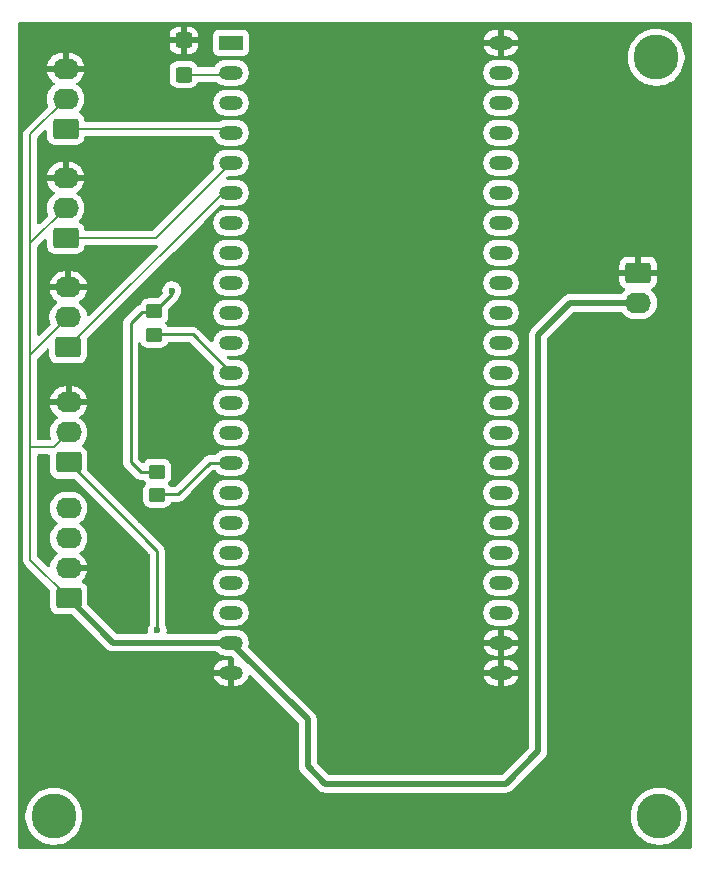
<source format=gtl>
G04 #@! TF.GenerationSoftware,KiCad,Pcbnew,9.0.0*
G04 #@! TF.CreationDate,2025-07-09T15:47:30-04:00*
G04 #@! TF.ProjectId,SMACAR MAIN BOARD,534d4143-4152-4204-9d41-494e20424f41,rev?*
G04 #@! TF.SameCoordinates,Original*
G04 #@! TF.FileFunction,Copper,L1,Top*
G04 #@! TF.FilePolarity,Positive*
%FSLAX46Y46*%
G04 Gerber Fmt 4.6, Leading zero omitted, Abs format (unit mm)*
G04 Created by KiCad (PCBNEW 9.0.0) date 2025-07-09 15:47:30*
%MOMM*%
%LPD*%
G01*
G04 APERTURE LIST*
G04 Aperture macros list*
%AMRoundRect*
0 Rectangle with rounded corners*
0 $1 Rounding radius*
0 $2 $3 $4 $5 $6 $7 $8 $9 X,Y pos of 4 corners*
0 Add a 4 corners polygon primitive as box body*
4,1,4,$2,$3,$4,$5,$6,$7,$8,$9,$2,$3,0*
0 Add four circle primitives for the rounded corners*
1,1,$1+$1,$2,$3*
1,1,$1+$1,$4,$5*
1,1,$1+$1,$6,$7*
1,1,$1+$1,$8,$9*
0 Add four rect primitives between the rounded corners*
20,1,$1+$1,$2,$3,$4,$5,0*
20,1,$1+$1,$4,$5,$6,$7,0*
20,1,$1+$1,$6,$7,$8,$9,0*
20,1,$1+$1,$8,$9,$2,$3,0*%
G04 Aperture macros list end*
G04 #@! TA.AperFunction,ComponentPad*
%ADD10RoundRect,0.250000X0.845000X-0.620000X0.845000X0.620000X-0.845000X0.620000X-0.845000X-0.620000X0*%
G04 #@! TD*
G04 #@! TA.AperFunction,ComponentPad*
%ADD11O,2.190000X1.740000*%
G04 #@! TD*
G04 #@! TA.AperFunction,ComponentPad*
%ADD12C,3.800000*%
G04 #@! TD*
G04 #@! TA.AperFunction,ComponentPad*
%ADD13RoundRect,0.250000X-0.845000X0.620000X-0.845000X-0.620000X0.845000X-0.620000X0.845000X0.620000X0*%
G04 #@! TD*
G04 #@! TA.AperFunction,SMDPad,CuDef*
%ADD14RoundRect,0.250000X0.450000X-0.350000X0.450000X0.350000X-0.450000X0.350000X-0.450000X-0.350000X0*%
G04 #@! TD*
G04 #@! TA.AperFunction,SMDPad,CuDef*
%ADD15RoundRect,0.250000X0.450000X-0.400000X0.450000X0.400000X-0.450000X0.400000X-0.450000X-0.400000X0*%
G04 #@! TD*
G04 #@! TA.AperFunction,ComponentPad*
%ADD16R,2.000000X1.200000*%
G04 #@! TD*
G04 #@! TA.AperFunction,ComponentPad*
%ADD17O,2.000000X1.200000*%
G04 #@! TD*
G04 #@! TA.AperFunction,ViaPad*
%ADD18C,0.600000*%
G04 #@! TD*
G04 #@! TA.AperFunction,Conductor*
%ADD19C,0.500000*%
G04 #@! TD*
G04 #@! TA.AperFunction,Conductor*
%ADD20C,0.200000*%
G04 #@! TD*
G04 #@! TA.AperFunction,Conductor*
%ADD21C,0.250000*%
G04 #@! TD*
G04 APERTURE END LIST*
D10*
G04 #@! TO.P,MOLEX5,1,1*
G04 #@! TO.N,5V*
X107250000Y-79790000D03*
D11*
G04 #@! TO.P,MOLEX5,2,2*
G04 #@! TO.N,GND*
X107250000Y-77250000D03*
G04 #@! TO.P,MOLEX5,3,3*
G04 #@! TO.N,SCL*
X107250000Y-74710000D03*
G04 #@! TO.P,MOLEX5,4,4*
G04 #@! TO.N,SDA*
X107250000Y-72170000D03*
G04 #@! TD*
D12*
G04 #@! TO.P,REF\u002A\u002A,1*
G04 #@! TO.N,N/C*
X157000000Y-34000000D03*
G04 #@! TD*
D13*
G04 #@! TO.P,J2,1,Pin_1*
G04 #@! TO.N,GND*
X155480000Y-52230000D03*
D11*
G04 #@! TO.P,J2,2,Pin_2*
G04 #@! TO.N,5V*
X155480000Y-54770000D03*
G04 #@! TD*
D14*
G04 #@! TO.P,R4_10k1,1*
G04 #@! TO.N,SDA*
X114500000Y-57500000D03*
G04 #@! TO.P,R4_10k1,2*
G04 #@! TO.N,Net-(D2-A1)*
X114500000Y-55500000D03*
G04 #@! TD*
D12*
G04 #@! TO.P,REF\u002A\u002A,1*
G04 #@! TO.N,N/C*
X106000000Y-98250000D03*
G04 #@! TD*
D15*
G04 #@! TO.P,D2,1,A1*
G04 #@! TO.N,Net-(D2-A1)*
X117000000Y-35450000D03*
G04 #@! TO.P,D2,2,A2*
G04 #@! TO.N,GND*
X117000000Y-32550000D03*
G04 #@! TD*
D10*
G04 #@! TO.P,MOLEX2,1,1*
G04 #@! TO.N,PH SENSOR*
X107000000Y-49290000D03*
D11*
G04 #@! TO.P,MOLEX2,2,2*
G04 #@! TO.N,5V*
X107000000Y-46750000D03*
G04 #@! TO.P,MOLEX2,3,3*
G04 #@! TO.N,GND*
X107000000Y-44210000D03*
G04 #@! TD*
D10*
G04 #@! TO.P,MOLEX4,1,1*
G04 #@! TO.N,TEMP SENSOR*
X107250000Y-68290000D03*
D11*
G04 #@! TO.P,MOLEX4,2,2*
G04 #@! TO.N,5V*
X107250000Y-65750000D03*
G04 #@! TO.P,MOLEX4,3,3*
G04 #@! TO.N,GND*
X107250000Y-63210000D03*
G04 #@! TD*
D14*
G04 #@! TO.P,R3_10k1,1*
G04 #@! TO.N,SCL*
X114750000Y-71062500D03*
G04 #@! TO.P,R3_10k1,2*
G04 #@! TO.N,Net-(D2-A1)*
X114750000Y-69062500D03*
G04 #@! TD*
D16*
G04 #@! TO.P,U2,1,3V3*
G04 #@! TO.N,Net-(D2-A1)*
X121003680Y-32742720D03*
D17*
G04 #@! TO.P,U2,2,3V3*
X121003680Y-35282720D03*
G04 #@! TO.P,U2,3,CHIP_PU*
G04 #@! TO.N,unconnected-(U2-CHIP_PU-Pad3)*
X121003680Y-37822720D03*
G04 #@! TO.P,U2,4,GPIO4/ADC1_CH3*
G04 #@! TO.N,ELECTRICAL CONDUCTIVITY*
X121003680Y-40362720D03*
G04 #@! TO.P,U2,5,GPIO5/ADC1_CH4*
G04 #@! TO.N,PH SENSOR*
X121003680Y-42902720D03*
G04 #@! TO.P,U2,6,GPIO6/ADC1_CH5*
G04 #@! TO.N,TDS SENSOR*
X121003680Y-45442720D03*
G04 #@! TO.P,U2,7,GPIO7/ADC1_CH6*
G04 #@! TO.N,unconnected-(U2-GPIO7{slash}ADC1_CH6-Pad7)*
X121003680Y-47982720D03*
G04 #@! TO.P,U2,8,GPIO15/ADC2_CH4/32K_P*
G04 #@! TO.N,unconnected-(U2-GPIO15{slash}ADC2_CH4{slash}32K_P-Pad8)*
X121003680Y-50522720D03*
G04 #@! TO.P,U2,9,GPIO16/ADC2_CH5/32K_N*
G04 #@! TO.N,unconnected-(U2-GPIO16{slash}ADC2_CH5{slash}32K_N-Pad9)*
X121003680Y-53062720D03*
G04 #@! TO.P,U2,10,GPIO17/ADC2_CH6*
G04 #@! TO.N,unconnected-(U2-GPIO17{slash}ADC2_CH6-Pad10)*
X121003680Y-55602720D03*
G04 #@! TO.P,U2,11,GPIO18/ADC2_CH7*
G04 #@! TO.N,unconnected-(U2-GPIO18{slash}ADC2_CH7-Pad11)*
X121003680Y-58142720D03*
G04 #@! TO.P,U2,12,GPIO8/ADC1_CH7*
G04 #@! TO.N,SDA*
X121003680Y-60682720D03*
G04 #@! TO.P,U2,13,GPIO3/ADC1_CH2*
G04 #@! TO.N,unconnected-(U2-GPIO3{slash}ADC1_CH2-Pad13)*
X121003680Y-63222720D03*
G04 #@! TO.P,U2,14,GPIO46*
G04 #@! TO.N,unconnected-(U2-GPIO46-Pad14)*
X121003680Y-65762720D03*
G04 #@! TO.P,U2,15,GPIO9/ADC1_CH8*
G04 #@! TO.N,SCL*
X121003680Y-68302720D03*
G04 #@! TO.P,U2,16,GPIO10/ADC1_CH9*
G04 #@! TO.N,unconnected-(U2-GPIO10{slash}ADC1_CH9-Pad16)*
X121003680Y-70842720D03*
G04 #@! TO.P,U2,17,GPIO11/ADC2_CH0*
G04 #@! TO.N,unconnected-(U2-GPIO11{slash}ADC2_CH0-Pad17)*
X121003680Y-73382720D03*
G04 #@! TO.P,U2,18,GPIO12/ADC2_CH1*
G04 #@! TO.N,unconnected-(U2-GPIO12{slash}ADC2_CH1-Pad18)*
X121003680Y-75922720D03*
G04 #@! TO.P,U2,19,GPIO13/ADC2_CH2*
G04 #@! TO.N,unconnected-(U2-GPIO13{slash}ADC2_CH2-Pad19)*
X121003680Y-78462720D03*
G04 #@! TO.P,U2,20,GPIO14/ADC2_CH3*
G04 #@! TO.N,unconnected-(U2-GPIO14{slash}ADC2_CH3-Pad20)*
X121000000Y-81000000D03*
G04 #@! TO.P,U2,21,5V*
G04 #@! TO.N,5V*
X121000000Y-83540000D03*
G04 #@! TO.P,U2,22,GND*
G04 #@! TO.N,GND*
X121000000Y-86080000D03*
G04 #@! TO.P,U2,23,GND*
X143863680Y-86082720D03*
G04 #@! TO.P,U2,24,GND*
X143863680Y-83542720D03*
G04 #@! TO.P,U2,25,GPIO19/USB_D-*
G04 #@! TO.N,unconnected-(U2-GPIO19{slash}USB_D--Pad25)*
X143863680Y-81002720D03*
G04 #@! TO.P,U2,26,GPIO20/USB_D+*
G04 #@! TO.N,unconnected-(U2-GPIO20{slash}USB_D+-Pad26)*
X143863680Y-78462720D03*
G04 #@! TO.P,U2,27,GPIO21*
G04 #@! TO.N,unconnected-(U2-GPIO21-Pad27)*
X143863680Y-75922720D03*
G04 #@! TO.P,U2,28,GPIO47*
G04 #@! TO.N,unconnected-(U2-GPIO47-Pad28)*
X143863680Y-73382720D03*
G04 #@! TO.P,U2,29,GPIO48*
G04 #@! TO.N,unconnected-(U2-GPIO48-Pad29)*
X143863680Y-70842720D03*
G04 #@! TO.P,U2,30,GPIO45*
G04 #@! TO.N,unconnected-(U2-GPIO45-Pad30)*
X143863680Y-68302720D03*
G04 #@! TO.P,U2,31,GPIO0*
G04 #@! TO.N,TEMP SENSOR*
X143863680Y-65762720D03*
G04 #@! TO.P,U2,32,GPIO35*
G04 #@! TO.N,unconnected-(U2-GPIO35-Pad32)*
X143863680Y-63222720D03*
G04 #@! TO.P,U2,33,GPIO36*
G04 #@! TO.N,unconnected-(U2-GPIO36-Pad33)*
X143863680Y-60682720D03*
G04 #@! TO.P,U2,34,GPIO37*
G04 #@! TO.N,unconnected-(U2-GPIO37-Pad34)*
X143863680Y-58142720D03*
G04 #@! TO.P,U2,35,GPIO38*
G04 #@! TO.N,unconnected-(U2-GPIO38-Pad35)*
X143863680Y-55602720D03*
G04 #@! TO.P,U2,36,GPIO39/MTCK*
G04 #@! TO.N,unconnected-(U2-GPIO39{slash}MTCK-Pad36)*
X143863680Y-53062720D03*
G04 #@! TO.P,U2,37,GPIO40/MTDO*
G04 #@! TO.N,unconnected-(U2-GPIO40{slash}MTDO-Pad37)*
X143863680Y-50522720D03*
G04 #@! TO.P,U2,38,GPIO41/MTDI*
G04 #@! TO.N,unconnected-(U2-GPIO41{slash}MTDI-Pad38)*
X143863680Y-47982720D03*
G04 #@! TO.P,U2,39,GPIO42/MTMS*
G04 #@! TO.N,unconnected-(U2-GPIO42{slash}MTMS-Pad39)*
X143863680Y-45442720D03*
G04 #@! TO.P,U2,40,GPIO2/ADC1_CH1*
G04 #@! TO.N,unconnected-(U2-GPIO2{slash}ADC1_CH1-Pad40)*
X143863680Y-42902720D03*
G04 #@! TO.P,U2,41,GPIO1/ADC1_CH0*
G04 #@! TO.N,unconnected-(U2-GPIO1{slash}ADC1_CH0-Pad41)*
X143863680Y-40362720D03*
G04 #@! TO.P,U2,42,GPIO44/U0RXD*
G04 #@! TO.N,unconnected-(U2-GPIO44{slash}U0RXD-Pad42)*
X143863680Y-37822720D03*
G04 #@! TO.P,U2,43,GPIO43/U0TXD*
G04 #@! TO.N,unconnected-(U2-GPIO43{slash}U0TXD-Pad43)*
X143863680Y-35282720D03*
G04 #@! TO.P,U2,44,GND*
G04 #@! TO.N,GND*
X143863680Y-32742720D03*
G04 #@! TD*
D12*
G04 #@! TO.P,REF\u002A\u002A,1*
G04 #@! TO.N,N/C*
X157250000Y-98250000D03*
G04 #@! TD*
D10*
G04 #@! TO.P,MOLEX1,1,1*
G04 #@! TO.N,ELECTRICAL CONDUCTIVITY*
X107000000Y-40040000D03*
D11*
G04 #@! TO.P,MOLEX1,2,2*
G04 #@! TO.N,5V*
X107000000Y-37500000D03*
G04 #@! TO.P,MOLEX1,3,3*
G04 #@! TO.N,GND*
X107000000Y-34960000D03*
G04 #@! TD*
D10*
G04 #@! TO.P,MOLEX3,1,1*
G04 #@! TO.N,TDS SENSOR*
X107210000Y-58540000D03*
D11*
G04 #@! TO.P,MOLEX3,2,2*
G04 #@! TO.N,5V*
X107210000Y-56000000D03*
G04 #@! TO.P,MOLEX3,3,3*
G04 #@! TO.N,GND*
X107210000Y-53460000D03*
G04 #@! TD*
D18*
G04 #@! TO.N,TEMP SENSOR*
X114750000Y-82500000D03*
G04 #@! TO.N,Net-(D2-A1)*
X116000000Y-53750000D03*
G04 #@! TD*
D19*
G04 #@! TO.N,5V*
X129000000Y-95500000D02*
X144250000Y-95500000D01*
X149730000Y-54770000D02*
X155480000Y-54770000D01*
X127500000Y-94000000D02*
X129000000Y-95500000D01*
X121000000Y-83540000D02*
X113250000Y-83540000D01*
X144250000Y-95500000D02*
X147000000Y-92750000D01*
D20*
X104000000Y-67000000D02*
X106000000Y-67000000D01*
D19*
X111000000Y-83540000D02*
X107250000Y-79790000D01*
D20*
X104000000Y-40500000D02*
X107000000Y-37500000D01*
X104000000Y-49750000D02*
X104000000Y-40500000D01*
X107250000Y-79790000D02*
X104000000Y-76540000D01*
X104000000Y-67000000D02*
X104000000Y-59210000D01*
X104000000Y-49750000D02*
X107000000Y-46750000D01*
D19*
X147000000Y-57500000D02*
X149730000Y-54770000D01*
X147000000Y-92750000D02*
X147000000Y-57500000D01*
X127500000Y-90040000D02*
X127500000Y-94000000D01*
D20*
X104000000Y-76540000D02*
X104000000Y-67000000D01*
D19*
X121000000Y-83540000D02*
X127500000Y-90040000D01*
D20*
X106000000Y-67000000D02*
X107250000Y-65750000D01*
X104000000Y-59210000D02*
X104000000Y-49750000D01*
X104000000Y-59210000D02*
X107210000Y-56000000D01*
D19*
X113250000Y-83540000D02*
X111000000Y-83540000D01*
D20*
G04 #@! TO.N,ELECTRICAL CONDUCTIVITY*
X120680960Y-40040000D02*
X121003680Y-40362720D01*
X107000000Y-40040000D02*
X120680960Y-40040000D01*
G04 #@! TO.N,PH SENSOR*
X107000000Y-49290000D02*
X114616400Y-49290000D01*
X114616400Y-49290000D02*
X121003680Y-42902720D01*
G04 #@! TO.N,TDS SENSOR*
X120307280Y-45442720D02*
X121003680Y-45442720D01*
X107210000Y-58540000D02*
X120307280Y-45442720D01*
D21*
G04 #@! TO.N,TEMP SENSOR*
X107250000Y-68290000D02*
X114750000Y-75790000D01*
X114750000Y-75790000D02*
X114750000Y-82500000D01*
G04 #@! TO.N,SDA*
X114500000Y-57437500D02*
X117758460Y-57437500D01*
X117758460Y-57437500D02*
X121003680Y-60682720D01*
G04 #@! TO.N,SCL*
X116500000Y-71000000D02*
X119197280Y-68302720D01*
X119197280Y-68302720D02*
X121003680Y-68302720D01*
X114750000Y-71000000D02*
X116500000Y-71000000D01*
G04 #@! TO.N,Net-(D2-A1)*
X112500000Y-68250000D02*
X112500000Y-56500000D01*
X113375000Y-69125000D02*
X112500000Y-68250000D01*
D20*
X117000000Y-35450000D02*
X120836400Y-35450000D01*
D21*
X113437500Y-55562500D02*
X114500000Y-55562500D01*
X116000000Y-54062500D02*
X114500000Y-55562500D01*
X116000000Y-53750000D02*
X116000000Y-54062500D01*
X114750000Y-69125000D02*
X113375000Y-69125000D01*
D20*
X120836400Y-35450000D02*
X121003680Y-35282720D01*
D21*
X112500000Y-56500000D02*
X113437500Y-55562500D01*
G04 #@! TD*
G04 #@! TA.AperFunction,Conductor*
G04 #@! TO.N,GND*
G36*
X105597539Y-67620185D02*
G01*
X105643294Y-67672989D01*
X105654500Y-67724500D01*
X105654500Y-68960001D01*
X105654501Y-68960018D01*
X105665000Y-69062796D01*
X105665001Y-69062799D01*
X105720185Y-69229331D01*
X105720186Y-69229334D01*
X105812288Y-69378656D01*
X105936344Y-69502712D01*
X106085666Y-69594814D01*
X106252203Y-69649999D01*
X106354991Y-69660500D01*
X107684547Y-69660499D01*
X107751586Y-69680184D01*
X107772228Y-69696818D01*
X114088181Y-76012771D01*
X114121666Y-76074094D01*
X114124500Y-76100452D01*
X114124500Y-81957650D01*
X114104815Y-82024689D01*
X114103602Y-82026541D01*
X114040609Y-82120815D01*
X114040602Y-82120828D01*
X113980264Y-82266498D01*
X113980261Y-82266510D01*
X113949500Y-82421153D01*
X113949500Y-82421158D01*
X113949500Y-82578842D01*
X113949500Y-82578844D01*
X113949499Y-82578844D01*
X113961925Y-82641308D01*
X113955698Y-82710900D01*
X113912835Y-82766077D01*
X113846945Y-82789322D01*
X113840308Y-82789500D01*
X111362230Y-82789500D01*
X111295191Y-82769815D01*
X111274549Y-82753181D01*
X108881818Y-80360450D01*
X108848333Y-80299127D01*
X108845499Y-80272769D01*
X108845499Y-79119998D01*
X108845498Y-79119981D01*
X108834999Y-79017203D01*
X108834998Y-79017200D01*
X108832326Y-79009137D01*
X108779814Y-78850666D01*
X108687712Y-78701344D01*
X108563656Y-78577288D01*
X108414334Y-78485186D01*
X108414332Y-78485185D01*
X108414325Y-78485181D01*
X108413165Y-78484640D01*
X108412503Y-78484057D01*
X108408187Y-78481395D01*
X108408642Y-78480657D01*
X108360727Y-78438466D01*
X108341577Y-78371272D01*
X108361795Y-78304392D01*
X108377892Y-78284578D01*
X108519977Y-78142493D01*
X108646728Y-77968036D01*
X108744627Y-77775901D01*
X108811266Y-77570809D01*
X108822481Y-77500000D01*
X107792709Y-77500000D01*
X107804452Y-77479661D01*
X107845000Y-77328333D01*
X107845000Y-77171667D01*
X107804452Y-77020339D01*
X107792709Y-77000000D01*
X108822481Y-77000000D01*
X108811266Y-76929190D01*
X108744627Y-76724098D01*
X108646728Y-76531963D01*
X108519974Y-76357503D01*
X108519974Y-76357502D01*
X108367497Y-76205025D01*
X108196279Y-76080627D01*
X108153614Y-76025297D01*
X108147635Y-75955683D01*
X108180241Y-75893888D01*
X108196280Y-75879991D01*
X108256678Y-75836109D01*
X108367821Y-75755359D01*
X108520359Y-75602821D01*
X108647157Y-75428299D01*
X108745092Y-75236089D01*
X108811754Y-75030926D01*
X108826752Y-74936230D01*
X108845500Y-74817866D01*
X108845500Y-74602133D01*
X108813895Y-74402593D01*
X108811754Y-74389074D01*
X108745092Y-74183911D01*
X108647157Y-73991701D01*
X108520359Y-73817179D01*
X108367821Y-73664641D01*
X108196704Y-73540317D01*
X108154040Y-73484988D01*
X108148061Y-73415374D01*
X108180667Y-73353580D01*
X108196702Y-73339684D01*
X108367821Y-73215359D01*
X108520359Y-73062821D01*
X108647157Y-72888299D01*
X108745092Y-72696089D01*
X108811754Y-72490926D01*
X108826752Y-72396230D01*
X108845500Y-72277866D01*
X108845500Y-72062133D01*
X108813895Y-71862593D01*
X108811754Y-71849074D01*
X108745092Y-71643911D01*
X108647157Y-71451701D01*
X108520359Y-71277179D01*
X108367821Y-71124641D01*
X108193299Y-70997843D01*
X108001089Y-70899908D01*
X107795926Y-70833246D01*
X107795924Y-70833245D01*
X107795922Y-70833245D01*
X107582866Y-70799500D01*
X107582861Y-70799500D01*
X106917139Y-70799500D01*
X106917134Y-70799500D01*
X106704077Y-70833245D01*
X106498908Y-70899909D01*
X106306700Y-70997843D01*
X106207129Y-71070186D01*
X106132179Y-71124641D01*
X106132177Y-71124643D01*
X106132176Y-71124643D01*
X105979643Y-71277176D01*
X105979643Y-71277177D01*
X105979641Y-71277179D01*
X105925186Y-71352129D01*
X105852843Y-71451700D01*
X105754909Y-71643908D01*
X105688245Y-71849077D01*
X105654500Y-72062133D01*
X105654500Y-72277866D01*
X105688245Y-72490922D01*
X105688246Y-72490926D01*
X105754908Y-72696089D01*
X105852843Y-72888299D01*
X105979641Y-73062821D01*
X106132179Y-73215359D01*
X106243322Y-73296109D01*
X106303294Y-73339682D01*
X106345959Y-73395012D01*
X106351938Y-73464626D01*
X106319332Y-73526421D01*
X106303294Y-73540318D01*
X106132179Y-73664641D01*
X106132177Y-73664643D01*
X106132176Y-73664643D01*
X105979643Y-73817176D01*
X105979643Y-73817177D01*
X105979641Y-73817179D01*
X105925186Y-73892129D01*
X105852843Y-73991700D01*
X105754909Y-74183908D01*
X105688245Y-74389077D01*
X105654500Y-74602133D01*
X105654500Y-74817866D01*
X105688245Y-75030922D01*
X105688246Y-75030926D01*
X105754908Y-75236089D01*
X105852843Y-75428299D01*
X105979641Y-75602821D01*
X106132179Y-75755359D01*
X106243322Y-75836109D01*
X106303720Y-75879991D01*
X106346385Y-75935321D01*
X106352364Y-76004935D01*
X106319758Y-76066730D01*
X106303720Y-76080627D01*
X106132503Y-76205024D01*
X105980025Y-76357502D01*
X105980025Y-76357503D01*
X105853271Y-76531963D01*
X105755372Y-76724098D01*
X105688733Y-76929190D01*
X105665234Y-77077562D01*
X105635305Y-77140697D01*
X105575993Y-77177628D01*
X105506131Y-77176630D01*
X105455080Y-77145845D01*
X104636819Y-76327584D01*
X104603334Y-76266261D01*
X104600500Y-76239903D01*
X104600500Y-67724500D01*
X104620185Y-67657461D01*
X104672989Y-67611706D01*
X104724500Y-67600500D01*
X105530500Y-67600500D01*
X105597539Y-67620185D01*
G37*
G04 #@! TD.AperFunction*
G04 #@! TA.AperFunction,Conductor*
G36*
X105323833Y-49377913D02*
G01*
X105379767Y-49419784D01*
X105404184Y-49485249D01*
X105404500Y-49494095D01*
X105404500Y-49960001D01*
X105404501Y-49960019D01*
X105415000Y-50062796D01*
X105415001Y-50062799D01*
X105470185Y-50229331D01*
X105470187Y-50229336D01*
X105492198Y-50265022D01*
X105562288Y-50378656D01*
X105686344Y-50502712D01*
X105835666Y-50594814D01*
X106002203Y-50649999D01*
X106104991Y-50660500D01*
X107895008Y-50660499D01*
X107997797Y-50649999D01*
X108164334Y-50594814D01*
X108313656Y-50502712D01*
X108437712Y-50378656D01*
X108529814Y-50229334D01*
X108584999Y-50062797D01*
X108591221Y-50001897D01*
X108617618Y-49937205D01*
X108674799Y-49897054D01*
X108714579Y-49890500D01*
X114537339Y-49890500D01*
X114537343Y-49890501D01*
X114695457Y-49890501D01*
X114699321Y-49889465D01*
X114711257Y-49889393D01*
X114737683Y-49896978D01*
X114764852Y-49901213D01*
X114770787Y-49906480D01*
X114778415Y-49908670D01*
X114796547Y-49929340D01*
X114817111Y-49947589D01*
X114819256Y-49955227D01*
X114824490Y-49961194D01*
X114828568Y-49988388D01*
X114836002Y-50014856D01*
X114833676Y-50022442D01*
X114834854Y-50030291D01*
X114823584Y-50055370D01*
X114815527Y-50081659D01*
X114807164Y-50091910D01*
X114806216Y-50094022D01*
X114804566Y-50095096D01*
X114799692Y-50101072D01*
X109005357Y-55895407D01*
X108944034Y-55928892D01*
X108874342Y-55923908D01*
X108818409Y-55882036D01*
X108795203Y-55827124D01*
X108785958Y-55768759D01*
X108771754Y-55679074D01*
X108705092Y-55473911D01*
X108607157Y-55281701D01*
X108480359Y-55107179D01*
X108327821Y-54954641D01*
X108156279Y-54830008D01*
X108113614Y-54774678D01*
X108107635Y-54705064D01*
X108140241Y-54643269D01*
X108156280Y-54629372D01*
X108327491Y-54504979D01*
X108327497Y-54504974D01*
X108479974Y-54352497D01*
X108479974Y-54352496D01*
X108606728Y-54178036D01*
X108704627Y-53985901D01*
X108771266Y-53780809D01*
X108782481Y-53710000D01*
X107752709Y-53710000D01*
X107764452Y-53689661D01*
X107805000Y-53538333D01*
X107805000Y-53381667D01*
X107764452Y-53230339D01*
X107752709Y-53210000D01*
X108782481Y-53210000D01*
X108771266Y-53139190D01*
X108704627Y-52934098D01*
X108606728Y-52741963D01*
X108479974Y-52567503D01*
X108479974Y-52567502D01*
X108327497Y-52415025D01*
X108153036Y-52288271D01*
X107960901Y-52190372D01*
X107755809Y-52123734D01*
X107542820Y-52090000D01*
X107460000Y-52090000D01*
X107460000Y-52917290D01*
X107439661Y-52905548D01*
X107288333Y-52865000D01*
X107131667Y-52865000D01*
X106980339Y-52905548D01*
X106960000Y-52917290D01*
X106960000Y-52090000D01*
X106877180Y-52090000D01*
X106664190Y-52123734D01*
X106459098Y-52190372D01*
X106266963Y-52288271D01*
X106092503Y-52415025D01*
X106092502Y-52415025D01*
X105940025Y-52567502D01*
X105940025Y-52567503D01*
X105813271Y-52741963D01*
X105715372Y-52934098D01*
X105648733Y-53139190D01*
X105637519Y-53210000D01*
X106667291Y-53210000D01*
X106655548Y-53230339D01*
X106615000Y-53381667D01*
X106615000Y-53538333D01*
X106655548Y-53689661D01*
X106667291Y-53710000D01*
X105637519Y-53710000D01*
X105648733Y-53780809D01*
X105715372Y-53985901D01*
X105813271Y-54178036D01*
X105940025Y-54352496D01*
X105940025Y-54352497D01*
X106092502Y-54504974D01*
X106263720Y-54629372D01*
X106306385Y-54684702D01*
X106312364Y-54754316D01*
X106279758Y-54816110D01*
X106263720Y-54830008D01*
X106092177Y-54954642D01*
X105939643Y-55107176D01*
X105939643Y-55107177D01*
X105939641Y-55107179D01*
X105898527Y-55163767D01*
X105812843Y-55281700D01*
X105714909Y-55473908D01*
X105648245Y-55679077D01*
X105614500Y-55892133D01*
X105614500Y-56107866D01*
X105648245Y-56320922D01*
X105714910Y-56526096D01*
X105716775Y-56530598D01*
X105715552Y-56531104D01*
X105727328Y-56593841D01*
X105701044Y-56658579D01*
X105691629Y-56669134D01*
X104812181Y-57548583D01*
X104750858Y-57582068D01*
X104681167Y-57577084D01*
X104625233Y-57535212D01*
X104600816Y-57469748D01*
X104600500Y-57460902D01*
X104600500Y-50050096D01*
X104620185Y-49983057D01*
X104636815Y-49962419D01*
X105192821Y-49406412D01*
X105254142Y-49372929D01*
X105323833Y-49377913D01*
G37*
G04 #@! TD.AperFunction*
G04 #@! TA.AperFunction,Conductor*
G36*
X159942539Y-31020185D02*
G01*
X159988294Y-31072989D01*
X159999500Y-31124500D01*
X159999500Y-100875500D01*
X159979815Y-100942539D01*
X159927011Y-100988294D01*
X159875500Y-100999500D01*
X103124500Y-100999500D01*
X103057461Y-100979815D01*
X103011706Y-100927011D01*
X103000500Y-100875500D01*
X103000500Y-98115186D01*
X103599500Y-98115186D01*
X103599500Y-98384813D01*
X103629686Y-98652719D01*
X103629688Y-98652731D01*
X103689684Y-98915594D01*
X103689687Y-98915602D01*
X103778734Y-99170082D01*
X103895714Y-99412994D01*
X103895716Y-99412997D01*
X104039162Y-99641289D01*
X104207266Y-99852085D01*
X104397915Y-100042734D01*
X104608711Y-100210838D01*
X104837003Y-100354284D01*
X105079921Y-100471267D01*
X105271049Y-100538145D01*
X105334397Y-100560312D01*
X105334405Y-100560315D01*
X105334408Y-100560315D01*
X105334409Y-100560316D01*
X105597268Y-100620312D01*
X105865187Y-100650499D01*
X105865188Y-100650500D01*
X105865191Y-100650500D01*
X106134812Y-100650500D01*
X106134812Y-100650499D01*
X106402732Y-100620312D01*
X106665591Y-100560316D01*
X106920079Y-100471267D01*
X107162997Y-100354284D01*
X107391289Y-100210838D01*
X107602085Y-100042734D01*
X107792734Y-99852085D01*
X107960838Y-99641289D01*
X108104284Y-99412997D01*
X108221267Y-99170079D01*
X108310316Y-98915591D01*
X108370312Y-98652732D01*
X108400500Y-98384809D01*
X108400500Y-98115191D01*
X108400499Y-98115186D01*
X154849500Y-98115186D01*
X154849500Y-98384813D01*
X154879686Y-98652719D01*
X154879688Y-98652731D01*
X154939684Y-98915594D01*
X154939687Y-98915602D01*
X155028734Y-99170082D01*
X155145714Y-99412994D01*
X155145716Y-99412997D01*
X155289162Y-99641289D01*
X155457266Y-99852085D01*
X155647915Y-100042734D01*
X155858711Y-100210838D01*
X156087003Y-100354284D01*
X156329921Y-100471267D01*
X156521049Y-100538145D01*
X156584397Y-100560312D01*
X156584405Y-100560315D01*
X156584408Y-100560315D01*
X156584409Y-100560316D01*
X156847268Y-100620312D01*
X157115187Y-100650499D01*
X157115188Y-100650500D01*
X157115191Y-100650500D01*
X157384812Y-100650500D01*
X157384812Y-100650499D01*
X157652732Y-100620312D01*
X157915591Y-100560316D01*
X158170079Y-100471267D01*
X158412997Y-100354284D01*
X158641289Y-100210838D01*
X158852085Y-100042734D01*
X159042734Y-99852085D01*
X159210838Y-99641289D01*
X159354284Y-99412997D01*
X159471267Y-99170079D01*
X159560316Y-98915591D01*
X159620312Y-98652732D01*
X159650500Y-98384809D01*
X159650500Y-98115191D01*
X159620312Y-97847268D01*
X159560316Y-97584409D01*
X159471267Y-97329921D01*
X159354284Y-97087003D01*
X159210838Y-96858711D01*
X159042734Y-96647915D01*
X158852085Y-96457266D01*
X158641289Y-96289162D01*
X158443819Y-96165083D01*
X158412994Y-96145714D01*
X158170082Y-96028734D01*
X157915602Y-95939687D01*
X157915594Y-95939684D01*
X157718446Y-95894687D01*
X157652732Y-95879688D01*
X157652728Y-95879687D01*
X157652719Y-95879686D01*
X157384813Y-95849500D01*
X157384809Y-95849500D01*
X157115191Y-95849500D01*
X157115186Y-95849500D01*
X156847280Y-95879686D01*
X156847268Y-95879688D01*
X156584405Y-95939684D01*
X156584397Y-95939687D01*
X156329917Y-96028734D01*
X156087005Y-96145714D01*
X155858712Y-96289161D01*
X155647915Y-96457265D01*
X155457265Y-96647915D01*
X155289161Y-96858712D01*
X155145714Y-97087005D01*
X155028734Y-97329917D01*
X154939687Y-97584397D01*
X154939684Y-97584405D01*
X154879688Y-97847268D01*
X154879686Y-97847280D01*
X154849500Y-98115186D01*
X108400499Y-98115186D01*
X108370312Y-97847268D01*
X108310316Y-97584409D01*
X108221267Y-97329921D01*
X108104284Y-97087003D01*
X107960838Y-96858711D01*
X107792734Y-96647915D01*
X107602085Y-96457266D01*
X107391289Y-96289162D01*
X107193819Y-96165083D01*
X107162994Y-96145714D01*
X106920082Y-96028734D01*
X106665602Y-95939687D01*
X106665594Y-95939684D01*
X106468446Y-95894687D01*
X106402732Y-95879688D01*
X106402728Y-95879687D01*
X106402719Y-95879686D01*
X106134813Y-95849500D01*
X106134809Y-95849500D01*
X105865191Y-95849500D01*
X105865186Y-95849500D01*
X105597280Y-95879686D01*
X105597268Y-95879688D01*
X105334405Y-95939684D01*
X105334397Y-95939687D01*
X105079917Y-96028734D01*
X104837005Y-96145714D01*
X104608712Y-96289161D01*
X104397915Y-96457265D01*
X104207265Y-96647915D01*
X104039161Y-96858712D01*
X103895714Y-97087005D01*
X103778734Y-97329917D01*
X103689687Y-97584397D01*
X103689684Y-97584405D01*
X103629688Y-97847268D01*
X103629686Y-97847280D01*
X103599500Y-98115186D01*
X103000500Y-98115186D01*
X103000500Y-76619054D01*
X103399498Y-76619054D01*
X103440423Y-76771785D01*
X103469358Y-76821900D01*
X103469359Y-76821904D01*
X103469360Y-76821904D01*
X103519479Y-76908714D01*
X103519481Y-76908717D01*
X103638349Y-77027585D01*
X103638355Y-77027590D01*
X105619902Y-79009137D01*
X105653387Y-79070460D01*
X105655580Y-79109414D01*
X105654500Y-79119985D01*
X105654500Y-80460001D01*
X105654501Y-80460018D01*
X105665000Y-80562796D01*
X105665001Y-80562799D01*
X105720185Y-80729331D01*
X105720187Y-80729336D01*
X105729862Y-80745022D01*
X105812288Y-80878656D01*
X105936344Y-81002712D01*
X106085666Y-81094814D01*
X106252203Y-81149999D01*
X106354991Y-81160500D01*
X107507769Y-81160499D01*
X107574808Y-81180184D01*
X107595450Y-81196818D01*
X110521586Y-84122954D01*
X110551058Y-84142645D01*
X110595270Y-84172186D01*
X110644505Y-84205084D01*
X110644506Y-84205084D01*
X110644507Y-84205085D01*
X110644509Y-84205086D01*
X110775447Y-84259322D01*
X110781087Y-84261658D01*
X110781091Y-84261658D01*
X110781092Y-84261659D01*
X110926079Y-84290500D01*
X110926082Y-84290500D01*
X110926083Y-84290500D01*
X111073918Y-84290500D01*
X113176082Y-84290500D01*
X119742796Y-84290500D01*
X119809835Y-84310185D01*
X119830477Y-84326819D01*
X119883072Y-84379414D01*
X120023212Y-84481232D01*
X120177555Y-84559873D01*
X120342299Y-84613402D01*
X120513389Y-84640500D01*
X120987770Y-84640500D01*
X121017210Y-84649144D01*
X121047197Y-84655668D01*
X121052212Y-84659422D01*
X121054809Y-84660185D01*
X121075451Y-84676819D01*
X121226635Y-84828003D01*
X121260120Y-84889326D01*
X121255136Y-84959018D01*
X121250000Y-84967009D01*
X121250000Y-85764314D01*
X121245606Y-85759920D01*
X121154394Y-85707259D01*
X121052661Y-85680000D01*
X120947339Y-85680000D01*
X120845606Y-85707259D01*
X120754394Y-85759920D01*
X120750000Y-85764314D01*
X120750000Y-84980000D01*
X120513429Y-84980000D01*
X120342415Y-85007085D01*
X120177742Y-85060591D01*
X120023475Y-85139195D01*
X119883397Y-85240967D01*
X119760967Y-85363397D01*
X119659195Y-85503475D01*
X119580591Y-85657744D01*
X119527085Y-85822415D01*
X119525884Y-85829999D01*
X119525885Y-85830000D01*
X120684314Y-85830000D01*
X120679920Y-85834394D01*
X120627259Y-85925606D01*
X120600000Y-86027339D01*
X120600000Y-86132661D01*
X120627259Y-86234394D01*
X120679920Y-86325606D01*
X120684314Y-86330000D01*
X119525885Y-86330000D01*
X119527085Y-86337584D01*
X119580591Y-86502255D01*
X119659195Y-86656524D01*
X119760967Y-86796602D01*
X119883397Y-86919032D01*
X120023475Y-87020804D01*
X120177742Y-87099408D01*
X120342415Y-87152914D01*
X120513429Y-87180000D01*
X120750000Y-87180000D01*
X120750000Y-86395686D01*
X120754394Y-86400080D01*
X120845606Y-86452741D01*
X120947339Y-86480000D01*
X121052661Y-86480000D01*
X121154394Y-86452741D01*
X121245606Y-86400080D01*
X121250000Y-86395686D01*
X121250000Y-87180000D01*
X121486571Y-87180000D01*
X121657584Y-87152914D01*
X121822257Y-87099408D01*
X121976524Y-87020804D01*
X122116602Y-86919032D01*
X122239032Y-86796602D01*
X122340804Y-86656524D01*
X122419408Y-86502257D01*
X122474420Y-86332950D01*
X122476243Y-86333542D01*
X122506944Y-86280009D01*
X122568953Y-86247813D01*
X122638526Y-86254252D01*
X122680452Y-86281820D01*
X125855682Y-89457049D01*
X126713181Y-90314548D01*
X126746666Y-90375871D01*
X126749500Y-90402229D01*
X126749500Y-94073918D01*
X126749500Y-94073920D01*
X126749499Y-94073920D01*
X126778340Y-94218907D01*
X126778343Y-94218917D01*
X126834914Y-94355492D01*
X126867812Y-94404727D01*
X126867813Y-94404730D01*
X126917046Y-94478414D01*
X126917052Y-94478421D01*
X128521580Y-96082948D01*
X128521584Y-96082951D01*
X128644498Y-96165080D01*
X128644511Y-96165087D01*
X128781082Y-96221656D01*
X128781087Y-96221658D01*
X128781091Y-96221658D01*
X128781092Y-96221659D01*
X128926079Y-96250500D01*
X128926082Y-96250500D01*
X144323920Y-96250500D01*
X144421462Y-96231096D01*
X144468913Y-96221658D01*
X144605495Y-96165084D01*
X144654729Y-96132186D01*
X144728416Y-96082952D01*
X147582951Y-93228416D01*
X147665084Y-93105495D01*
X147721658Y-92968913D01*
X147750500Y-92823918D01*
X147750500Y-92676083D01*
X147750500Y-57862230D01*
X147770185Y-57795191D01*
X147786819Y-57774549D01*
X150004549Y-55556819D01*
X150065872Y-55523334D01*
X150092230Y-55520500D01*
X154043057Y-55520500D01*
X154110096Y-55540185D01*
X154143374Y-55571613D01*
X154209641Y-55662821D01*
X154362179Y-55815359D01*
X154536701Y-55942157D01*
X154728911Y-56040092D01*
X154934074Y-56106754D01*
X155013973Y-56119408D01*
X155147134Y-56140500D01*
X155147139Y-56140500D01*
X155812866Y-56140500D01*
X155931230Y-56121752D01*
X156025926Y-56106754D01*
X156231089Y-56040092D01*
X156423299Y-55942157D01*
X156597821Y-55815359D01*
X156750359Y-55662821D01*
X156877157Y-55488299D01*
X156975092Y-55296089D01*
X157041754Y-55090926D01*
X157056752Y-54996230D01*
X157075500Y-54877866D01*
X157075500Y-54662133D01*
X157044306Y-54465186D01*
X157041754Y-54449074D01*
X156975092Y-54243911D01*
X156877157Y-54051701D01*
X156750359Y-53877179D01*
X156607996Y-53734816D01*
X156574511Y-53673493D01*
X156579495Y-53603801D01*
X156621367Y-53547868D01*
X156643289Y-53534745D01*
X156644127Y-53534354D01*
X156793345Y-53442315D01*
X156917315Y-53318345D01*
X157009356Y-53169124D01*
X157009358Y-53169119D01*
X157064505Y-53002697D01*
X157064506Y-53002690D01*
X157074999Y-52899986D01*
X157075000Y-52899973D01*
X157075000Y-52480000D01*
X156022709Y-52480000D01*
X156034452Y-52459661D01*
X156075000Y-52308333D01*
X156075000Y-52151667D01*
X156034452Y-52000339D01*
X156022709Y-51980000D01*
X157074999Y-51980000D01*
X157074999Y-51560028D01*
X157074998Y-51560013D01*
X157064505Y-51457302D01*
X157009358Y-51290880D01*
X157009356Y-51290875D01*
X156917315Y-51141654D01*
X156793345Y-51017684D01*
X156644124Y-50925643D01*
X156644119Y-50925641D01*
X156477697Y-50870494D01*
X156477690Y-50870493D01*
X156374986Y-50860000D01*
X155730000Y-50860000D01*
X155730000Y-51687290D01*
X155709661Y-51675548D01*
X155558333Y-51635000D01*
X155401667Y-51635000D01*
X155250339Y-51675548D01*
X155230000Y-51687290D01*
X155230000Y-50860000D01*
X154585028Y-50860000D01*
X154585012Y-50860001D01*
X154482302Y-50870494D01*
X154315880Y-50925641D01*
X154315875Y-50925643D01*
X154166654Y-51017684D01*
X154042684Y-51141654D01*
X153950643Y-51290875D01*
X153950641Y-51290880D01*
X153895494Y-51457302D01*
X153895493Y-51457309D01*
X153885000Y-51560013D01*
X153885000Y-51980000D01*
X154937291Y-51980000D01*
X154925548Y-52000339D01*
X154885000Y-52151667D01*
X154885000Y-52308333D01*
X154925548Y-52459661D01*
X154937291Y-52480000D01*
X153885001Y-52480000D01*
X153885001Y-52899986D01*
X153895494Y-53002697D01*
X153950641Y-53169119D01*
X153950643Y-53169124D01*
X154042684Y-53318345D01*
X154166654Y-53442315D01*
X154315876Y-53534356D01*
X154316716Y-53534748D01*
X154317195Y-53535170D01*
X154322025Y-53538149D01*
X154321516Y-53538973D01*
X154369160Y-53580915D01*
X154388318Y-53648107D01*
X154368109Y-53714990D01*
X154352004Y-53734816D01*
X154209640Y-53877180D01*
X154143375Y-53968386D01*
X154088044Y-54011051D01*
X154043057Y-54019500D01*
X149656080Y-54019500D01*
X149511092Y-54048340D01*
X149511082Y-54048343D01*
X149374508Y-54104914D01*
X149374505Y-54104915D01*
X149374505Y-54104916D01*
X149345785Y-54124106D01*
X149345784Y-54124105D01*
X149251585Y-54187046D01*
X149251578Y-54187052D01*
X146417049Y-57021581D01*
X146385682Y-57068525D01*
X146385683Y-57068526D01*
X146334914Y-57144508D01*
X146278343Y-57281082D01*
X146278340Y-57281092D01*
X146249500Y-57426079D01*
X146249500Y-92387770D01*
X146229815Y-92454809D01*
X146213181Y-92475451D01*
X143975451Y-94713181D01*
X143914128Y-94746666D01*
X143887770Y-94749500D01*
X129362229Y-94749500D01*
X129295190Y-94729815D01*
X129274548Y-94713181D01*
X128286819Y-93725451D01*
X128253334Y-93664128D01*
X128250500Y-93637770D01*
X128250500Y-89966079D01*
X128221659Y-89821092D01*
X128221658Y-89821091D01*
X128221658Y-89821087D01*
X128221656Y-89821082D01*
X128165087Y-89684511D01*
X128165080Y-89684498D01*
X128082952Y-89561585D01*
X128082951Y-89561584D01*
X127978416Y-89457049D01*
X124904704Y-86383336D01*
X124354087Y-85832719D01*
X142389564Y-85832719D01*
X142389565Y-85832720D01*
X143547994Y-85832720D01*
X143543600Y-85837114D01*
X143490939Y-85928326D01*
X143463680Y-86030059D01*
X143463680Y-86135381D01*
X143490939Y-86237114D01*
X143543600Y-86328326D01*
X143547994Y-86332720D01*
X142389565Y-86332720D01*
X142390765Y-86340304D01*
X142444271Y-86504975D01*
X142522875Y-86659244D01*
X142624647Y-86799322D01*
X142747077Y-86921752D01*
X142887155Y-87023524D01*
X143041422Y-87102128D01*
X143206095Y-87155634D01*
X143377109Y-87182720D01*
X143613680Y-87182720D01*
X143613680Y-86398406D01*
X143618074Y-86402800D01*
X143709286Y-86455461D01*
X143811019Y-86482720D01*
X143916341Y-86482720D01*
X144018074Y-86455461D01*
X144109286Y-86402800D01*
X144113680Y-86398406D01*
X144113680Y-87182720D01*
X144350251Y-87182720D01*
X144521264Y-87155634D01*
X144685937Y-87102128D01*
X144840204Y-87023524D01*
X144980282Y-86921752D01*
X145102712Y-86799322D01*
X145204484Y-86659244D01*
X145283088Y-86504975D01*
X145336594Y-86340304D01*
X145337795Y-86332720D01*
X144179366Y-86332720D01*
X144183760Y-86328326D01*
X144236421Y-86237114D01*
X144263680Y-86135381D01*
X144263680Y-86030059D01*
X144236421Y-85928326D01*
X144183760Y-85837114D01*
X144179366Y-85832720D01*
X145337795Y-85832720D01*
X145337795Y-85832719D01*
X145336594Y-85825135D01*
X145283088Y-85660464D01*
X145204484Y-85506195D01*
X145102712Y-85366117D01*
X144980282Y-85243687D01*
X144840204Y-85141915D01*
X144685937Y-85063311D01*
X144521264Y-85009805D01*
X144350251Y-84982720D01*
X144113680Y-84982720D01*
X144113680Y-85767034D01*
X144109286Y-85762640D01*
X144018074Y-85709979D01*
X143916341Y-85682720D01*
X143811019Y-85682720D01*
X143709286Y-85709979D01*
X143618074Y-85762640D01*
X143613680Y-85767034D01*
X143613680Y-84982720D01*
X143377109Y-84982720D01*
X143206095Y-85009805D01*
X143041422Y-85063311D01*
X142887155Y-85141915D01*
X142747077Y-85243687D01*
X142624647Y-85366117D01*
X142522875Y-85506195D01*
X142444271Y-85660464D01*
X142390765Y-85825135D01*
X142389564Y-85832719D01*
X124354087Y-85832719D01*
X122489284Y-83967916D01*
X122484594Y-83959328D01*
X122476829Y-83953371D01*
X122468123Y-83929164D01*
X122455799Y-83906593D01*
X122455866Y-83895080D01*
X122453185Y-83887623D01*
X122456042Y-83865297D01*
X122456118Y-83852451D01*
X122457341Y-83847127D01*
X122473402Y-83797701D01*
X122500500Y-83626611D01*
X122500500Y-83453389D01*
X122475052Y-83292719D01*
X142389564Y-83292719D01*
X142389565Y-83292720D01*
X143547994Y-83292720D01*
X143543600Y-83297114D01*
X143490939Y-83388326D01*
X143463680Y-83490059D01*
X143463680Y-83595381D01*
X143490939Y-83697114D01*
X143543600Y-83788326D01*
X143547994Y-83792720D01*
X142389565Y-83792720D01*
X142390765Y-83800304D01*
X142444271Y-83964975D01*
X142522875Y-84119244D01*
X142624647Y-84259322D01*
X142747077Y-84381752D01*
X142887155Y-84483524D01*
X143041422Y-84562128D01*
X143206095Y-84615634D01*
X143377109Y-84642720D01*
X143613680Y-84642720D01*
X143613680Y-83858406D01*
X143618074Y-83862800D01*
X143709286Y-83915461D01*
X143811019Y-83942720D01*
X143916341Y-83942720D01*
X144018074Y-83915461D01*
X144109286Y-83862800D01*
X144113680Y-83858406D01*
X144113680Y-84642720D01*
X144350251Y-84642720D01*
X144521264Y-84615634D01*
X144685937Y-84562128D01*
X144840204Y-84483524D01*
X144980282Y-84381752D01*
X145102712Y-84259322D01*
X145204484Y-84119244D01*
X145283088Y-83964975D01*
X145336594Y-83800304D01*
X145337795Y-83792720D01*
X144179366Y-83792720D01*
X144183760Y-83788326D01*
X144236421Y-83697114D01*
X144263680Y-83595381D01*
X144263680Y-83490059D01*
X144236421Y-83388326D01*
X144183760Y-83297114D01*
X144179366Y-83292720D01*
X145337795Y-83292720D01*
X145337795Y-83292719D01*
X145336594Y-83285135D01*
X145283088Y-83120464D01*
X145204484Y-82966195D01*
X145102712Y-82826117D01*
X144980282Y-82703687D01*
X144840204Y-82601915D01*
X144685937Y-82523311D01*
X144521264Y-82469805D01*
X144350251Y-82442720D01*
X144113680Y-82442720D01*
X144113680Y-83227034D01*
X144109286Y-83222640D01*
X144018074Y-83169979D01*
X143916341Y-83142720D01*
X143811019Y-83142720D01*
X143709286Y-83169979D01*
X143618074Y-83222640D01*
X143613680Y-83227034D01*
X143613680Y-82442720D01*
X143377109Y-82442720D01*
X143206095Y-82469805D01*
X143041422Y-82523311D01*
X142887155Y-82601915D01*
X142747077Y-82703687D01*
X142624647Y-82826117D01*
X142522875Y-82966195D01*
X142444271Y-83120464D01*
X142390765Y-83285135D01*
X142389564Y-83292719D01*
X122475052Y-83292719D01*
X122473402Y-83282299D01*
X122419873Y-83117555D01*
X122341232Y-82963212D01*
X122239414Y-82823072D01*
X122116928Y-82700586D01*
X121976788Y-82598768D01*
X121822445Y-82520127D01*
X121657701Y-82466598D01*
X121657699Y-82466597D01*
X121657698Y-82466597D01*
X121506941Y-82442720D01*
X121486611Y-82439500D01*
X120513389Y-82439500D01*
X120493059Y-82442720D01*
X120342302Y-82466597D01*
X120177552Y-82520128D01*
X120023211Y-82598768D01*
X119943256Y-82656859D01*
X119883072Y-82700586D01*
X119883070Y-82700588D01*
X119883069Y-82700588D01*
X119830477Y-82753181D01*
X119769154Y-82786666D01*
X119742796Y-82789500D01*
X115659692Y-82789500D01*
X115592653Y-82769815D01*
X115546898Y-82717011D01*
X115536954Y-82647853D01*
X115538075Y-82641308D01*
X115550500Y-82578844D01*
X115550500Y-82421155D01*
X115550499Y-82421153D01*
X115519738Y-82266510D01*
X115519737Y-82266503D01*
X115459394Y-82120821D01*
X115396397Y-82026539D01*
X115375520Y-81959863D01*
X115375500Y-81957650D01*
X115375500Y-80913389D01*
X119499500Y-80913389D01*
X119499500Y-81086610D01*
X119514320Y-81180184D01*
X119526598Y-81257701D01*
X119580127Y-81422445D01*
X119658768Y-81576788D01*
X119760586Y-81716928D01*
X119883072Y-81839414D01*
X120023212Y-81941232D01*
X120177555Y-82019873D01*
X120342299Y-82073402D01*
X120513389Y-82100500D01*
X120513390Y-82100500D01*
X121486610Y-82100500D01*
X121486611Y-82100500D01*
X121657701Y-82073402D01*
X121822445Y-82019873D01*
X121976788Y-81941232D01*
X122116928Y-81839414D01*
X122239414Y-81716928D01*
X122341232Y-81576788D01*
X122419873Y-81422445D01*
X122473402Y-81257701D01*
X122500500Y-81086611D01*
X122500500Y-80916109D01*
X142363180Y-80916109D01*
X142363180Y-81089331D01*
X142371357Y-81140959D01*
X142389846Y-81257697D01*
X142390278Y-81260421D01*
X142443807Y-81425165D01*
X142522448Y-81579508D01*
X142624266Y-81719648D01*
X142746752Y-81842134D01*
X142886892Y-81943952D01*
X143041235Y-82022593D01*
X143205979Y-82076122D01*
X143377069Y-82103220D01*
X143377070Y-82103220D01*
X144350290Y-82103220D01*
X144350291Y-82103220D01*
X144521381Y-82076122D01*
X144686125Y-82022593D01*
X144840468Y-81943952D01*
X144980608Y-81842134D01*
X145103094Y-81719648D01*
X145204912Y-81579508D01*
X145283553Y-81425165D01*
X145337082Y-81260421D01*
X145364180Y-81089331D01*
X145364180Y-80916109D01*
X145337082Y-80745019D01*
X145283553Y-80580275D01*
X145204912Y-80425932D01*
X145103094Y-80285792D01*
X144980608Y-80163306D01*
X144840468Y-80061488D01*
X144686125Y-79982847D01*
X144521381Y-79929318D01*
X144521379Y-79929317D01*
X144521378Y-79929317D01*
X144389951Y-79908501D01*
X144350291Y-79902220D01*
X143377069Y-79902220D01*
X143337408Y-79908501D01*
X143205982Y-79929317D01*
X143041232Y-79982848D01*
X142886891Y-80061488D01*
X142806936Y-80119579D01*
X142746752Y-80163306D01*
X142746750Y-80163308D01*
X142746749Y-80163308D01*
X142624268Y-80285789D01*
X142624268Y-80285790D01*
X142624266Y-80285792D01*
X142614578Y-80299127D01*
X142522448Y-80425931D01*
X142443808Y-80580272D01*
X142390277Y-80745022D01*
X142369112Y-80878656D01*
X142363180Y-80916109D01*
X122500500Y-80916109D01*
X122500500Y-80913389D01*
X122473402Y-80742299D01*
X122419873Y-80577555D01*
X122341232Y-80423212D01*
X122239414Y-80283072D01*
X122116928Y-80160586D01*
X121976788Y-80058768D01*
X121822445Y-79980127D01*
X121657701Y-79926598D01*
X121657699Y-79926597D01*
X121657698Y-79926597D01*
X121503784Y-79902220D01*
X121486611Y-79899500D01*
X120513389Y-79899500D01*
X120496216Y-79902220D01*
X120342302Y-79926597D01*
X120177552Y-79980128D01*
X120023211Y-80058768D01*
X119943256Y-80116859D01*
X119883072Y-80160586D01*
X119883070Y-80160588D01*
X119883069Y-80160588D01*
X119760588Y-80283069D01*
X119760588Y-80283070D01*
X119760586Y-80283072D01*
X119730755Y-80324131D01*
X119658768Y-80423211D01*
X119580128Y-80577552D01*
X119526597Y-80742302D01*
X119499500Y-80913389D01*
X115375500Y-80913389D01*
X115375500Y-78376109D01*
X119503180Y-78376109D01*
X119503180Y-78549331D01*
X119530278Y-78720421D01*
X119583807Y-78885165D01*
X119662448Y-79039508D01*
X119764266Y-79179648D01*
X119886752Y-79302134D01*
X120026892Y-79403952D01*
X120181235Y-79482593D01*
X120345979Y-79536122D01*
X120517069Y-79563220D01*
X120517070Y-79563220D01*
X121490290Y-79563220D01*
X121490291Y-79563220D01*
X121661381Y-79536122D01*
X121826125Y-79482593D01*
X121980468Y-79403952D01*
X122120608Y-79302134D01*
X122243094Y-79179648D01*
X122344912Y-79039508D01*
X122423553Y-78885165D01*
X122477082Y-78720421D01*
X122504180Y-78549331D01*
X122504180Y-78376109D01*
X142363180Y-78376109D01*
X142363180Y-78549331D01*
X142390278Y-78720421D01*
X142443807Y-78885165D01*
X142522448Y-79039508D01*
X142624266Y-79179648D01*
X142746752Y-79302134D01*
X142886892Y-79403952D01*
X143041235Y-79482593D01*
X143205979Y-79536122D01*
X143377069Y-79563220D01*
X143377070Y-79563220D01*
X144350290Y-79563220D01*
X144350291Y-79563220D01*
X144521381Y-79536122D01*
X144686125Y-79482593D01*
X144840468Y-79403952D01*
X144980608Y-79302134D01*
X145103094Y-79179648D01*
X145204912Y-79039508D01*
X145283553Y-78885165D01*
X145337082Y-78720421D01*
X145364180Y-78549331D01*
X145364180Y-78376109D01*
X145337082Y-78205019D01*
X145283553Y-78040275D01*
X145204912Y-77885932D01*
X145103094Y-77745792D01*
X144980608Y-77623306D01*
X144840468Y-77521488D01*
X144686125Y-77442847D01*
X144521381Y-77389318D01*
X144521379Y-77389317D01*
X144521378Y-77389317D01*
X144389951Y-77368501D01*
X144350291Y-77362220D01*
X143377069Y-77362220D01*
X143337408Y-77368501D01*
X143205982Y-77389317D01*
X143041232Y-77442848D01*
X142886891Y-77521488D01*
X142819008Y-77570809D01*
X142746752Y-77623306D01*
X142746750Y-77623308D01*
X142746749Y-77623308D01*
X142624268Y-77745789D01*
X142624268Y-77745790D01*
X142624266Y-77745792D01*
X142581647Y-77804452D01*
X142522448Y-77885931D01*
X142443808Y-78040272D01*
X142390277Y-78205022D01*
X142377677Y-78284578D01*
X142363180Y-78376109D01*
X122504180Y-78376109D01*
X122477082Y-78205019D01*
X122423553Y-78040275D01*
X122344912Y-77885932D01*
X122243094Y-77745792D01*
X122120608Y-77623306D01*
X121980468Y-77521488D01*
X121826125Y-77442847D01*
X121661381Y-77389318D01*
X121661379Y-77389317D01*
X121661378Y-77389317D01*
X121529951Y-77368501D01*
X121490291Y-77362220D01*
X120517069Y-77362220D01*
X120477408Y-77368501D01*
X120345982Y-77389317D01*
X120181232Y-77442848D01*
X120026891Y-77521488D01*
X119959008Y-77570809D01*
X119886752Y-77623306D01*
X119886750Y-77623308D01*
X119886749Y-77623308D01*
X119764268Y-77745789D01*
X119764268Y-77745790D01*
X119764266Y-77745792D01*
X119721647Y-77804452D01*
X119662448Y-77885931D01*
X119583808Y-78040272D01*
X119530277Y-78205022D01*
X119517677Y-78284578D01*
X119503180Y-78376109D01*
X115375500Y-78376109D01*
X115375500Y-75836109D01*
X119503180Y-75836109D01*
X119503180Y-76009331D01*
X119530278Y-76180421D01*
X119583807Y-76345165D01*
X119662448Y-76499508D01*
X119764266Y-76639648D01*
X119886752Y-76762134D01*
X120026892Y-76863952D01*
X120181235Y-76942593D01*
X120345979Y-76996122D01*
X120517069Y-77023220D01*
X120517070Y-77023220D01*
X121490290Y-77023220D01*
X121490291Y-77023220D01*
X121661381Y-76996122D01*
X121826125Y-76942593D01*
X121980468Y-76863952D01*
X122120608Y-76762134D01*
X122243094Y-76639648D01*
X122344912Y-76499508D01*
X122423553Y-76345165D01*
X122477082Y-76180421D01*
X122504180Y-76009331D01*
X122504180Y-75836109D01*
X142363180Y-75836109D01*
X142363180Y-76009331D01*
X142390278Y-76180421D01*
X142443807Y-76345165D01*
X142522448Y-76499508D01*
X142624266Y-76639648D01*
X142746752Y-76762134D01*
X142886892Y-76863952D01*
X143041235Y-76942593D01*
X143205979Y-76996122D01*
X143377069Y-77023220D01*
X143377070Y-77023220D01*
X144350290Y-77023220D01*
X144350291Y-77023220D01*
X144521381Y-76996122D01*
X144686125Y-76942593D01*
X144840468Y-76863952D01*
X144980608Y-76762134D01*
X145103094Y-76639648D01*
X145204912Y-76499508D01*
X145283553Y-76345165D01*
X145337082Y-76180421D01*
X145364180Y-76009331D01*
X145364180Y-75836109D01*
X145337082Y-75665019D01*
X145283553Y-75500275D01*
X145204912Y-75345932D01*
X145103094Y-75205792D01*
X144980608Y-75083306D01*
X144840468Y-74981488D01*
X144686125Y-74902847D01*
X144521381Y-74849318D01*
X144521379Y-74849317D01*
X144521378Y-74849317D01*
X144389951Y-74828501D01*
X144350291Y-74822220D01*
X143377069Y-74822220D01*
X143337408Y-74828501D01*
X143205982Y-74849317D01*
X143041232Y-74902848D01*
X142886891Y-74981488D01*
X142818852Y-75030922D01*
X142746752Y-75083306D01*
X142746750Y-75083308D01*
X142746749Y-75083308D01*
X142624268Y-75205789D01*
X142624268Y-75205790D01*
X142624266Y-75205792D01*
X142580539Y-75265976D01*
X142522448Y-75345931D01*
X142443808Y-75500272D01*
X142390277Y-75665022D01*
X142375969Y-75755361D01*
X142363180Y-75836109D01*
X122504180Y-75836109D01*
X122477082Y-75665019D01*
X122423553Y-75500275D01*
X122344912Y-75345932D01*
X122243094Y-75205792D01*
X122120608Y-75083306D01*
X121980468Y-74981488D01*
X121826125Y-74902847D01*
X121661381Y-74849318D01*
X121661379Y-74849317D01*
X121661378Y-74849317D01*
X121529951Y-74828501D01*
X121490291Y-74822220D01*
X120517069Y-74822220D01*
X120477408Y-74828501D01*
X120345982Y-74849317D01*
X120181232Y-74902848D01*
X120026891Y-74981488D01*
X119958852Y-75030922D01*
X119886752Y-75083306D01*
X119886750Y-75083308D01*
X119886749Y-75083308D01*
X119764268Y-75205789D01*
X119764268Y-75205790D01*
X119764266Y-75205792D01*
X119720539Y-75265976D01*
X119662448Y-75345931D01*
X119583808Y-75500272D01*
X119530277Y-75665022D01*
X119515969Y-75755361D01*
X119503180Y-75836109D01*
X115375500Y-75836109D01*
X115375500Y-75728396D01*
X115375500Y-75728394D01*
X115351463Y-75607548D01*
X115349506Y-75602823D01*
X115331962Y-75560468D01*
X115331947Y-75560435D01*
X115331932Y-75560397D01*
X115304312Y-75493715D01*
X115235858Y-75391267D01*
X115235855Y-75391263D01*
X113223509Y-73378918D01*
X113140700Y-73296109D01*
X119503180Y-73296109D01*
X119503180Y-73469331D01*
X119530278Y-73640421D01*
X119583807Y-73805165D01*
X119662448Y-73959508D01*
X119764266Y-74099648D01*
X119886752Y-74222134D01*
X120026892Y-74323952D01*
X120181235Y-74402593D01*
X120345979Y-74456122D01*
X120517069Y-74483220D01*
X120517070Y-74483220D01*
X121490290Y-74483220D01*
X121490291Y-74483220D01*
X121661381Y-74456122D01*
X121826125Y-74402593D01*
X121980468Y-74323952D01*
X122120608Y-74222134D01*
X122243094Y-74099648D01*
X122344912Y-73959508D01*
X122423553Y-73805165D01*
X122477082Y-73640421D01*
X122504180Y-73469331D01*
X122504180Y-73296109D01*
X142363180Y-73296109D01*
X142363180Y-73469331D01*
X142390278Y-73640421D01*
X142443807Y-73805165D01*
X142522448Y-73959508D01*
X142624266Y-74099648D01*
X142746752Y-74222134D01*
X142886892Y-74323952D01*
X143041235Y-74402593D01*
X143205979Y-74456122D01*
X143377069Y-74483220D01*
X143377070Y-74483220D01*
X144350290Y-74483220D01*
X144350291Y-74483220D01*
X144521381Y-74456122D01*
X144686125Y-74402593D01*
X144840468Y-74323952D01*
X144980608Y-74222134D01*
X145103094Y-74099648D01*
X145204912Y-73959508D01*
X145283553Y-73805165D01*
X145337082Y-73640421D01*
X145364180Y-73469331D01*
X145364180Y-73296109D01*
X145337082Y-73125019D01*
X145283553Y-72960275D01*
X145204912Y-72805932D01*
X145103094Y-72665792D01*
X144980608Y-72543306D01*
X144840468Y-72441488D01*
X144686125Y-72362847D01*
X144521381Y-72309318D01*
X144521379Y-72309317D01*
X144521378Y-72309317D01*
X144389951Y-72288501D01*
X144350291Y-72282220D01*
X143377069Y-72282220D01*
X143337408Y-72288501D01*
X143205982Y-72309317D01*
X143041232Y-72362848D01*
X142886891Y-72441488D01*
X142818852Y-72490922D01*
X142746752Y-72543306D01*
X142746750Y-72543308D01*
X142746749Y-72543308D01*
X142624268Y-72665789D01*
X142624268Y-72665790D01*
X142624266Y-72665792D01*
X142580539Y-72725976D01*
X142522448Y-72805931D01*
X142443808Y-72960272D01*
X142390277Y-73125022D01*
X142363180Y-73296109D01*
X122504180Y-73296109D01*
X122477082Y-73125019D01*
X122423553Y-72960275D01*
X122344912Y-72805932D01*
X122243094Y-72665792D01*
X122120608Y-72543306D01*
X121980468Y-72441488D01*
X121826125Y-72362847D01*
X121661381Y-72309318D01*
X121661379Y-72309317D01*
X121661378Y-72309317D01*
X121529951Y-72288501D01*
X121490291Y-72282220D01*
X120517069Y-72282220D01*
X120477408Y-72288501D01*
X120345982Y-72309317D01*
X120181232Y-72362848D01*
X120026891Y-72441488D01*
X119958852Y-72490922D01*
X119886752Y-72543306D01*
X119886750Y-72543308D01*
X119886749Y-72543308D01*
X119764268Y-72665789D01*
X119764268Y-72665790D01*
X119764266Y-72665792D01*
X119720539Y-72725976D01*
X119662448Y-72805931D01*
X119583808Y-72960272D01*
X119530277Y-73125022D01*
X119503180Y-73296109D01*
X113140700Y-73296109D01*
X108881818Y-69037228D01*
X108848333Y-68975905D01*
X108845499Y-68949556D01*
X108845499Y-67619992D01*
X108842005Y-67585792D01*
X108834999Y-67517203D01*
X108834998Y-67517200D01*
X108817139Y-67463306D01*
X108779814Y-67350666D01*
X108687712Y-67201344D01*
X108563656Y-67077288D01*
X108414334Y-66985186D01*
X108414326Y-66985181D01*
X108413645Y-66984864D01*
X108413256Y-66984521D01*
X108408187Y-66981395D01*
X108408721Y-66980528D01*
X108361208Y-66938688D01*
X108342060Y-66871494D01*
X108362280Y-66804614D01*
X108378366Y-66784813D01*
X108520359Y-66642821D01*
X108647157Y-66468299D01*
X108745092Y-66276089D01*
X108811754Y-66070926D01*
X108826752Y-65976230D01*
X108845500Y-65857866D01*
X108845500Y-65642133D01*
X108811754Y-65429077D01*
X108811754Y-65429074D01*
X108745092Y-65223911D01*
X108647157Y-65031701D01*
X108520359Y-64857179D01*
X108367821Y-64704641D01*
X108196279Y-64580008D01*
X108153614Y-64524678D01*
X108147635Y-64455064D01*
X108180241Y-64393269D01*
X108196280Y-64379372D01*
X108367491Y-64254979D01*
X108367497Y-64254974D01*
X108519974Y-64102497D01*
X108519974Y-64102496D01*
X108646728Y-63928036D01*
X108744627Y-63735901D01*
X108811266Y-63530809D01*
X108822481Y-63460000D01*
X107792709Y-63460000D01*
X107804452Y-63439661D01*
X107845000Y-63288333D01*
X107845000Y-63131667D01*
X107804452Y-62980339D01*
X107792709Y-62960000D01*
X108822481Y-62960000D01*
X108811266Y-62889190D01*
X108744627Y-62684098D01*
X108646728Y-62491963D01*
X108519974Y-62317503D01*
X108519974Y-62317502D01*
X108367497Y-62165025D01*
X108193036Y-62038271D01*
X108000901Y-61940372D01*
X107795809Y-61873734D01*
X107582820Y-61840000D01*
X107500000Y-61840000D01*
X107500000Y-62667290D01*
X107479661Y-62655548D01*
X107328333Y-62615000D01*
X107171667Y-62615000D01*
X107020339Y-62655548D01*
X107000000Y-62667290D01*
X107000000Y-61840000D01*
X106917180Y-61840000D01*
X106704190Y-61873734D01*
X106499098Y-61940372D01*
X106306963Y-62038271D01*
X106132503Y-62165025D01*
X106132502Y-62165025D01*
X105980025Y-62317502D01*
X105980025Y-62317503D01*
X105853271Y-62491963D01*
X105755372Y-62684098D01*
X105688733Y-62889190D01*
X105677519Y-62960000D01*
X106707291Y-62960000D01*
X106695548Y-62980339D01*
X106655000Y-63131667D01*
X106655000Y-63288333D01*
X106695548Y-63439661D01*
X106707291Y-63460000D01*
X105677519Y-63460000D01*
X105688733Y-63530809D01*
X105755372Y-63735901D01*
X105853271Y-63928036D01*
X105980025Y-64102496D01*
X105980025Y-64102497D01*
X106132502Y-64254974D01*
X106303720Y-64379372D01*
X106346385Y-64434702D01*
X106352364Y-64504316D01*
X106319758Y-64566110D01*
X106303720Y-64580008D01*
X106132177Y-64704642D01*
X105979643Y-64857176D01*
X105979643Y-64857177D01*
X105979641Y-64857179D01*
X105931597Y-64923306D01*
X105852843Y-65031700D01*
X105754909Y-65223908D01*
X105688245Y-65429077D01*
X105654500Y-65642133D01*
X105654500Y-65857866D01*
X105680246Y-66020417D01*
X105688246Y-66070926D01*
X105742267Y-66237184D01*
X105744262Y-66307023D01*
X105708182Y-66366856D01*
X105645481Y-66397684D01*
X105624336Y-66399500D01*
X104724500Y-66399500D01*
X104657461Y-66379815D01*
X104611706Y-66327011D01*
X104600500Y-66275500D01*
X104600500Y-59510096D01*
X104620185Y-59443057D01*
X104636814Y-59422419D01*
X105402821Y-58656412D01*
X105464142Y-58622929D01*
X105533833Y-58627913D01*
X105589767Y-58669785D01*
X105614184Y-58735249D01*
X105614500Y-58744095D01*
X105614500Y-59210001D01*
X105614501Y-59210019D01*
X105625000Y-59312796D01*
X105625001Y-59312799D01*
X105651769Y-59393578D01*
X105680186Y-59479334D01*
X105772288Y-59628656D01*
X105896344Y-59752712D01*
X106045666Y-59844814D01*
X106212203Y-59899999D01*
X106314991Y-59910500D01*
X108105008Y-59910499D01*
X108207797Y-59899999D01*
X108374334Y-59844814D01*
X108523656Y-59752712D01*
X108647712Y-59628656D01*
X108739814Y-59479334D01*
X108794999Y-59312797D01*
X108805500Y-59210009D01*
X108805499Y-57869992D01*
X108804419Y-57859420D01*
X108817188Y-57790728D01*
X108840093Y-57759140D01*
X110160839Y-56438394D01*
X111874500Y-56438394D01*
X111874500Y-56442933D01*
X111874500Y-68311611D01*
X111898535Y-68432444D01*
X111898540Y-68432461D01*
X111945685Y-68546281D01*
X111945688Y-68546286D01*
X111972416Y-68586286D01*
X112014142Y-68648733D01*
X112101267Y-68735858D01*
X112101270Y-68735860D01*
X112108895Y-68743485D01*
X112886016Y-69520606D01*
X112886045Y-69520637D01*
X112976264Y-69610856D01*
X112976267Y-69610858D01*
X113034846Y-69649999D01*
X113078715Y-69679312D01*
X113145397Y-69706932D01*
X113150294Y-69708960D01*
X113150299Y-69708963D01*
X113185254Y-69723441D01*
X113192548Y-69726463D01*
X113219551Y-69731834D01*
X113313391Y-69750499D01*
X113313392Y-69750500D01*
X113313393Y-69750500D01*
X113313394Y-69750500D01*
X113557492Y-69750500D01*
X113558854Y-69750900D01*
X113560227Y-69750530D01*
X113592298Y-69760720D01*
X113624531Y-69770185D01*
X113625898Y-69771396D01*
X113626816Y-69771688D01*
X113630170Y-69775181D01*
X113652973Y-69795384D01*
X113658491Y-69802043D01*
X113707288Y-69881156D01*
X113805052Y-69978920D01*
X113808751Y-69983384D01*
X113820360Y-70010365D01*
X113834436Y-70036142D01*
X113834010Y-70042088D01*
X113836367Y-70047564D01*
X113831547Y-70076535D01*
X113829452Y-70105834D01*
X113825702Y-70111667D01*
X113824901Y-70116487D01*
X113817000Y-70125208D01*
X113800951Y-70150181D01*
X113707289Y-70243842D01*
X113615187Y-70393163D01*
X113615186Y-70393166D01*
X113560001Y-70559703D01*
X113560001Y-70559704D01*
X113560000Y-70559704D01*
X113549500Y-70662483D01*
X113549500Y-71462501D01*
X113549501Y-71462519D01*
X113560000Y-71565296D01*
X113560001Y-71565299D01*
X113598716Y-71682131D01*
X113615186Y-71731834D01*
X113707288Y-71881156D01*
X113831344Y-72005212D01*
X113980666Y-72097314D01*
X114147203Y-72152499D01*
X114249991Y-72163000D01*
X115250008Y-72162999D01*
X115250016Y-72162998D01*
X115250019Y-72162998D01*
X115306302Y-72157248D01*
X115352797Y-72152499D01*
X115519334Y-72097314D01*
X115668656Y-72005212D01*
X115792712Y-71881156D01*
X115884814Y-71731834D01*
X115884815Y-71731831D01*
X115891886Y-71710494D01*
X115931659Y-71653050D01*
X115996175Y-71626228D01*
X116009591Y-71625500D01*
X116561607Y-71625500D01*
X116622029Y-71613481D01*
X116682452Y-71601463D01*
X116715792Y-71587652D01*
X116796286Y-71554312D01*
X116847509Y-71520084D01*
X116898733Y-71485858D01*
X116985858Y-71398733D01*
X116985859Y-71398731D01*
X116992925Y-71391665D01*
X116992927Y-71391661D01*
X117628480Y-70756109D01*
X119503180Y-70756109D01*
X119503180Y-70929331D01*
X119530278Y-71100421D01*
X119583807Y-71265165D01*
X119662448Y-71419508D01*
X119764266Y-71559648D01*
X119886752Y-71682134D01*
X120026892Y-71783952D01*
X120181235Y-71862593D01*
X120345979Y-71916122D01*
X120517069Y-71943220D01*
X120517070Y-71943220D01*
X121490290Y-71943220D01*
X121490291Y-71943220D01*
X121661381Y-71916122D01*
X121826125Y-71862593D01*
X121980468Y-71783952D01*
X122120608Y-71682134D01*
X122243094Y-71559648D01*
X122344912Y-71419508D01*
X122423553Y-71265165D01*
X122477082Y-71100421D01*
X122504180Y-70929331D01*
X122504180Y-70756109D01*
X142363180Y-70756109D01*
X142363180Y-70929331D01*
X142390278Y-71100421D01*
X142443807Y-71265165D01*
X142522448Y-71419508D01*
X142624266Y-71559648D01*
X142746752Y-71682134D01*
X142886892Y-71783952D01*
X143041235Y-71862593D01*
X143205979Y-71916122D01*
X143377069Y-71943220D01*
X143377070Y-71943220D01*
X144350290Y-71943220D01*
X144350291Y-71943220D01*
X144521381Y-71916122D01*
X144686125Y-71862593D01*
X144840468Y-71783952D01*
X144980608Y-71682134D01*
X145103094Y-71559648D01*
X145204912Y-71419508D01*
X145283553Y-71265165D01*
X145337082Y-71100421D01*
X145364180Y-70929331D01*
X145364180Y-70756109D01*
X145337082Y-70585019D01*
X145283553Y-70420275D01*
X145204912Y-70265932D01*
X145103094Y-70125792D01*
X144980608Y-70003306D01*
X144840468Y-69901488D01*
X144686125Y-69822847D01*
X144521381Y-69769318D01*
X144521379Y-69769317D01*
X144521378Y-69769317D01*
X144389951Y-69748501D01*
X144350291Y-69742220D01*
X143377069Y-69742220D01*
X143337408Y-69748501D01*
X143205982Y-69769317D01*
X143041232Y-69822848D01*
X142886891Y-69901488D01*
X142806936Y-69959579D01*
X142746752Y-70003306D01*
X142746750Y-70003308D01*
X142746749Y-70003308D01*
X142624268Y-70125789D01*
X142624268Y-70125790D01*
X142624266Y-70125792D01*
X142580539Y-70185976D01*
X142522448Y-70265931D01*
X142443808Y-70420272D01*
X142390277Y-70585022D01*
X142377839Y-70663556D01*
X142363180Y-70756109D01*
X122504180Y-70756109D01*
X122477082Y-70585019D01*
X122423553Y-70420275D01*
X122344912Y-70265932D01*
X122243094Y-70125792D01*
X122120608Y-70003306D01*
X121980468Y-69901488D01*
X121826125Y-69822847D01*
X121661381Y-69769318D01*
X121661379Y-69769317D01*
X121661378Y-69769317D01*
X121529951Y-69748501D01*
X121490291Y-69742220D01*
X120517069Y-69742220D01*
X120477408Y-69748501D01*
X120345982Y-69769317D01*
X120181232Y-69822848D01*
X120026891Y-69901488D01*
X119946936Y-69959579D01*
X119886752Y-70003306D01*
X119886750Y-70003308D01*
X119886749Y-70003308D01*
X119764268Y-70125789D01*
X119764268Y-70125790D01*
X119764266Y-70125792D01*
X119720539Y-70185976D01*
X119662448Y-70265931D01*
X119583808Y-70420272D01*
X119530277Y-70585022D01*
X119517839Y-70663556D01*
X119503180Y-70756109D01*
X117628480Y-70756109D01*
X119420051Y-68964539D01*
X119446978Y-68949835D01*
X119472797Y-68933243D01*
X119478997Y-68932351D01*
X119481374Y-68931054D01*
X119507732Y-68928220D01*
X119634658Y-68928220D01*
X119701697Y-68947905D01*
X119734975Y-68979333D01*
X119764266Y-69019648D01*
X119886752Y-69142134D01*
X120026892Y-69243952D01*
X120181235Y-69322593D01*
X120345979Y-69376122D01*
X120517069Y-69403220D01*
X120517070Y-69403220D01*
X121490290Y-69403220D01*
X121490291Y-69403220D01*
X121661381Y-69376122D01*
X121826125Y-69322593D01*
X121980468Y-69243952D01*
X122120608Y-69142134D01*
X122243094Y-69019648D01*
X122344912Y-68879508D01*
X122423553Y-68725165D01*
X122477082Y-68560421D01*
X122504180Y-68389331D01*
X122504180Y-68216109D01*
X142363180Y-68216109D01*
X142363180Y-68389331D01*
X142363788Y-68393168D01*
X142390163Y-68559700D01*
X142390278Y-68560421D01*
X142443807Y-68725165D01*
X142522448Y-68879508D01*
X142624266Y-69019648D01*
X142746752Y-69142134D01*
X142886892Y-69243952D01*
X143041235Y-69322593D01*
X143205979Y-69376122D01*
X143377069Y-69403220D01*
X143377070Y-69403220D01*
X144350290Y-69403220D01*
X144350291Y-69403220D01*
X144521381Y-69376122D01*
X144686125Y-69322593D01*
X144840468Y-69243952D01*
X144980608Y-69142134D01*
X145103094Y-69019648D01*
X145204912Y-68879508D01*
X145283553Y-68725165D01*
X145337082Y-68560421D01*
X145364180Y-68389331D01*
X145364180Y-68216109D01*
X145337082Y-68045019D01*
X145283553Y-67880275D01*
X145204912Y-67725932D01*
X145103094Y-67585792D01*
X144980608Y-67463306D01*
X144840468Y-67361488D01*
X144686125Y-67282847D01*
X144521381Y-67229318D01*
X144521379Y-67229317D01*
X144521378Y-67229317D01*
X144389951Y-67208501D01*
X144350291Y-67202220D01*
X143377069Y-67202220D01*
X143337408Y-67208501D01*
X143205982Y-67229317D01*
X143041232Y-67282848D01*
X142886891Y-67361488D01*
X142806936Y-67419579D01*
X142746752Y-67463306D01*
X142746750Y-67463308D01*
X142746749Y-67463308D01*
X142624268Y-67585789D01*
X142624268Y-67585790D01*
X142624266Y-67585792D01*
X142580539Y-67645976D01*
X142522448Y-67725931D01*
X142443808Y-67880272D01*
X142390277Y-68045022D01*
X142367570Y-68188393D01*
X142363180Y-68216109D01*
X122504180Y-68216109D01*
X122477082Y-68045019D01*
X122423553Y-67880275D01*
X122344912Y-67725932D01*
X122243094Y-67585792D01*
X122120608Y-67463306D01*
X121980468Y-67361488D01*
X121826125Y-67282847D01*
X121661381Y-67229318D01*
X121661379Y-67229317D01*
X121661378Y-67229317D01*
X121529951Y-67208501D01*
X121490291Y-67202220D01*
X120517069Y-67202220D01*
X120477408Y-67208501D01*
X120345982Y-67229317D01*
X120181232Y-67282848D01*
X120026891Y-67361488D01*
X119946936Y-67419579D01*
X119886752Y-67463306D01*
X119886750Y-67463308D01*
X119886749Y-67463308D01*
X119764265Y-67585792D01*
X119734975Y-67626107D01*
X119679645Y-67668772D01*
X119634658Y-67677220D01*
X119258887Y-67677220D01*
X119135673Y-67677220D01*
X119078778Y-67688537D01*
X119078777Y-67688536D01*
X119014835Y-67701255D01*
X119014825Y-67701258D01*
X118981877Y-67714905D01*
X118981856Y-67714914D01*
X118979639Y-67715833D01*
X118900995Y-67748408D01*
X118900994Y-67748409D01*
X118882791Y-67760571D01*
X118882786Y-67760574D01*
X118798548Y-67816860D01*
X118754985Y-67860423D01*
X118711422Y-67903987D01*
X118711419Y-67903990D01*
X116277229Y-70338181D01*
X116250301Y-70352884D01*
X116224483Y-70369477D01*
X116218282Y-70370368D01*
X116215906Y-70371666D01*
X116189548Y-70374500D01*
X115942508Y-70374500D01*
X115875469Y-70354815D01*
X115836969Y-70315597D01*
X115792712Y-70243844D01*
X115699049Y-70150181D01*
X115665564Y-70088858D01*
X115670548Y-70019166D01*
X115699049Y-69974819D01*
X115792712Y-69881156D01*
X115884814Y-69731834D01*
X115939999Y-69565297D01*
X115950500Y-69462509D01*
X115950499Y-68662492D01*
X115942714Y-68586286D01*
X115939999Y-68559703D01*
X115939998Y-68559700D01*
X115935551Y-68546281D01*
X115884814Y-68393166D01*
X115792712Y-68243844D01*
X115668656Y-68119788D01*
X115547440Y-68045022D01*
X115519336Y-68027687D01*
X115519331Y-68027685D01*
X115517862Y-68027198D01*
X115352797Y-67972501D01*
X115352795Y-67972500D01*
X115250010Y-67962000D01*
X114249998Y-67962000D01*
X114249980Y-67962001D01*
X114147203Y-67972500D01*
X114147200Y-67972501D01*
X113980668Y-68027685D01*
X113980663Y-68027687D01*
X113831342Y-68119789D01*
X113707289Y-68243842D01*
X113664160Y-68313766D01*
X113612212Y-68360491D01*
X113543249Y-68371712D01*
X113479167Y-68343869D01*
X113470940Y-68336350D01*
X113161819Y-68027229D01*
X113128334Y-67965906D01*
X113125500Y-67939548D01*
X113125500Y-65676109D01*
X119503180Y-65676109D01*
X119503180Y-65849331D01*
X119530278Y-66020421D01*
X119583807Y-66185165D01*
X119662448Y-66339508D01*
X119764266Y-66479648D01*
X119886752Y-66602134D01*
X120026892Y-66703952D01*
X120181235Y-66782593D01*
X120345979Y-66836122D01*
X120517069Y-66863220D01*
X120517070Y-66863220D01*
X121490290Y-66863220D01*
X121490291Y-66863220D01*
X121661381Y-66836122D01*
X121826125Y-66782593D01*
X121980468Y-66703952D01*
X122120608Y-66602134D01*
X122243094Y-66479648D01*
X122344912Y-66339508D01*
X122423553Y-66185165D01*
X122477082Y-66020421D01*
X122504180Y-65849331D01*
X122504180Y-65676109D01*
X142363180Y-65676109D01*
X142363180Y-65849331D01*
X142390278Y-66020421D01*
X142443807Y-66185165D01*
X142522448Y-66339508D01*
X142624266Y-66479648D01*
X142746752Y-66602134D01*
X142886892Y-66703952D01*
X143041235Y-66782593D01*
X143205979Y-66836122D01*
X143377069Y-66863220D01*
X143377070Y-66863220D01*
X144350290Y-66863220D01*
X144350291Y-66863220D01*
X144521381Y-66836122D01*
X144686125Y-66782593D01*
X144840468Y-66703952D01*
X144980608Y-66602134D01*
X145103094Y-66479648D01*
X145204912Y-66339508D01*
X145283553Y-66185165D01*
X145337082Y-66020421D01*
X145364180Y-65849331D01*
X145364180Y-65676109D01*
X145337082Y-65505019D01*
X145283553Y-65340275D01*
X145204912Y-65185932D01*
X145103094Y-65045792D01*
X144980608Y-64923306D01*
X144840468Y-64821488D01*
X144686125Y-64742847D01*
X144521381Y-64689318D01*
X144521379Y-64689317D01*
X144521378Y-64689317D01*
X144389951Y-64668501D01*
X144350291Y-64662220D01*
X143377069Y-64662220D01*
X143337408Y-64668501D01*
X143205982Y-64689317D01*
X143041232Y-64742848D01*
X142886891Y-64821488D01*
X142806936Y-64879579D01*
X142746752Y-64923306D01*
X142746750Y-64923308D01*
X142746749Y-64923308D01*
X142624268Y-65045789D01*
X142624268Y-65045790D01*
X142624266Y-65045792D01*
X142580539Y-65105976D01*
X142522448Y-65185931D01*
X142443808Y-65340272D01*
X142390277Y-65505022D01*
X142368561Y-65642133D01*
X142363180Y-65676109D01*
X122504180Y-65676109D01*
X122477082Y-65505019D01*
X122423553Y-65340275D01*
X122344912Y-65185932D01*
X122243094Y-65045792D01*
X122120608Y-64923306D01*
X121980468Y-64821488D01*
X121826125Y-64742847D01*
X121661381Y-64689318D01*
X121661379Y-64689317D01*
X121661378Y-64689317D01*
X121529951Y-64668501D01*
X121490291Y-64662220D01*
X120517069Y-64662220D01*
X120477408Y-64668501D01*
X120345982Y-64689317D01*
X120181232Y-64742848D01*
X120026891Y-64821488D01*
X119946936Y-64879579D01*
X119886752Y-64923306D01*
X119886750Y-64923308D01*
X119886749Y-64923308D01*
X119764268Y-65045789D01*
X119764268Y-65045790D01*
X119764266Y-65045792D01*
X119720539Y-65105976D01*
X119662448Y-65185931D01*
X119583808Y-65340272D01*
X119530277Y-65505022D01*
X119508561Y-65642133D01*
X119503180Y-65676109D01*
X113125500Y-65676109D01*
X113125500Y-63136109D01*
X119503180Y-63136109D01*
X119503180Y-63309330D01*
X119527043Y-63460000D01*
X119530278Y-63480421D01*
X119583807Y-63645165D01*
X119662448Y-63799508D01*
X119764266Y-63939648D01*
X119886752Y-64062134D01*
X120026892Y-64163952D01*
X120181235Y-64242593D01*
X120345979Y-64296122D01*
X120517069Y-64323220D01*
X120517070Y-64323220D01*
X121490290Y-64323220D01*
X121490291Y-64323220D01*
X121661381Y-64296122D01*
X121826125Y-64242593D01*
X121980468Y-64163952D01*
X122120608Y-64062134D01*
X122243094Y-63939648D01*
X122344912Y-63799508D01*
X122423553Y-63645165D01*
X122477082Y-63480421D01*
X122504180Y-63309331D01*
X122504180Y-63136109D01*
X142363180Y-63136109D01*
X142363180Y-63309330D01*
X142387043Y-63460000D01*
X142390278Y-63480421D01*
X142443807Y-63645165D01*
X142522448Y-63799508D01*
X142624266Y-63939648D01*
X142746752Y-64062134D01*
X142886892Y-64163952D01*
X143041235Y-64242593D01*
X143205979Y-64296122D01*
X143377069Y-64323220D01*
X143377070Y-64323220D01*
X144350290Y-64323220D01*
X144350291Y-64323220D01*
X144521381Y-64296122D01*
X144686125Y-64242593D01*
X144840468Y-64163952D01*
X144980608Y-64062134D01*
X145103094Y-63939648D01*
X145204912Y-63799508D01*
X145283553Y-63645165D01*
X145337082Y-63480421D01*
X145364180Y-63309331D01*
X145364180Y-63136109D01*
X145337082Y-62965019D01*
X145283553Y-62800275D01*
X145204912Y-62645932D01*
X145103094Y-62505792D01*
X144980608Y-62383306D01*
X144840468Y-62281488D01*
X144686125Y-62202847D01*
X144521381Y-62149318D01*
X144521379Y-62149317D01*
X144521378Y-62149317D01*
X144389951Y-62128501D01*
X144350291Y-62122220D01*
X143377069Y-62122220D01*
X143337408Y-62128501D01*
X143205982Y-62149317D01*
X143041232Y-62202848D01*
X142886891Y-62281488D01*
X142806936Y-62339579D01*
X142746752Y-62383306D01*
X142746750Y-62383308D01*
X142746749Y-62383308D01*
X142624268Y-62505789D01*
X142624268Y-62505790D01*
X142624266Y-62505792D01*
X142580539Y-62565976D01*
X142522448Y-62645931D01*
X142443808Y-62800272D01*
X142390277Y-62965022D01*
X142363180Y-63136109D01*
X122504180Y-63136109D01*
X122477082Y-62965019D01*
X122423553Y-62800275D01*
X122344912Y-62645932D01*
X122243094Y-62505792D01*
X122120608Y-62383306D01*
X121980468Y-62281488D01*
X121826125Y-62202847D01*
X121661381Y-62149318D01*
X121661379Y-62149317D01*
X121661378Y-62149317D01*
X121529951Y-62128501D01*
X121490291Y-62122220D01*
X120517069Y-62122220D01*
X120477408Y-62128501D01*
X120345982Y-62149317D01*
X120181232Y-62202848D01*
X120026891Y-62281488D01*
X119946936Y-62339579D01*
X119886752Y-62383306D01*
X119886750Y-62383308D01*
X119886749Y-62383308D01*
X119764268Y-62505789D01*
X119764268Y-62505790D01*
X119764266Y-62505792D01*
X119720539Y-62565976D01*
X119662448Y-62645931D01*
X119583808Y-62800272D01*
X119530277Y-62965022D01*
X119503180Y-63136109D01*
X113125500Y-63136109D01*
X113125500Y-58214432D01*
X113145185Y-58147393D01*
X113197989Y-58101638D01*
X113267147Y-58091694D01*
X113330703Y-58120719D01*
X113359567Y-58163988D01*
X113362136Y-58162791D01*
X113365187Y-58169336D01*
X113400069Y-58225888D01*
X113457288Y-58318656D01*
X113581344Y-58442712D01*
X113730666Y-58534814D01*
X113897203Y-58589999D01*
X113999991Y-58600500D01*
X115000008Y-58600499D01*
X115000016Y-58600498D01*
X115000019Y-58600498D01*
X115056302Y-58594748D01*
X115102797Y-58589999D01*
X115269334Y-58534814D01*
X115418656Y-58442712D01*
X115542712Y-58318656D01*
X115634814Y-58169334D01*
X115636982Y-58162791D01*
X115641886Y-58147994D01*
X115681659Y-58090550D01*
X115746175Y-58063728D01*
X115759591Y-58063000D01*
X117448008Y-58063000D01*
X117515047Y-58082685D01*
X117535689Y-58099319D01*
X119558269Y-60121899D01*
X119591754Y-60183222D01*
X119586770Y-60252914D01*
X119585156Y-60257017D01*
X119583808Y-60260271D01*
X119530277Y-60425022D01*
X119503180Y-60596109D01*
X119503180Y-60769331D01*
X119530278Y-60940421D01*
X119583807Y-61105165D01*
X119662448Y-61259508D01*
X119764266Y-61399648D01*
X119886752Y-61522134D01*
X120026892Y-61623952D01*
X120181235Y-61702593D01*
X120345979Y-61756122D01*
X120517069Y-61783220D01*
X120517070Y-61783220D01*
X121490290Y-61783220D01*
X121490291Y-61783220D01*
X121661381Y-61756122D01*
X121826125Y-61702593D01*
X121980468Y-61623952D01*
X122120608Y-61522134D01*
X122243094Y-61399648D01*
X122344912Y-61259508D01*
X122423553Y-61105165D01*
X122477082Y-60940421D01*
X122504180Y-60769331D01*
X122504180Y-60596109D01*
X142363180Y-60596109D01*
X142363180Y-60769331D01*
X142390278Y-60940421D01*
X142443807Y-61105165D01*
X142522448Y-61259508D01*
X142624266Y-61399648D01*
X142746752Y-61522134D01*
X142886892Y-61623952D01*
X143041235Y-61702593D01*
X143205979Y-61756122D01*
X143377069Y-61783220D01*
X143377070Y-61783220D01*
X144350290Y-61783220D01*
X144350291Y-61783220D01*
X144521381Y-61756122D01*
X144686125Y-61702593D01*
X144840468Y-61623952D01*
X144980608Y-61522134D01*
X145103094Y-61399648D01*
X145204912Y-61259508D01*
X145283553Y-61105165D01*
X145337082Y-60940421D01*
X145364180Y-60769331D01*
X145364180Y-60596109D01*
X145337082Y-60425019D01*
X145283553Y-60260275D01*
X145204912Y-60105932D01*
X145103094Y-59965792D01*
X144980608Y-59843306D01*
X144840468Y-59741488D01*
X144686125Y-59662847D01*
X144521381Y-59609318D01*
X144521379Y-59609317D01*
X144521378Y-59609317D01*
X144389951Y-59588501D01*
X144350291Y-59582220D01*
X143377069Y-59582220D01*
X143337408Y-59588501D01*
X143205982Y-59609317D01*
X143041232Y-59662848D01*
X142886891Y-59741488D01*
X142806936Y-59799579D01*
X142746752Y-59843306D01*
X142746750Y-59843308D01*
X142746749Y-59843308D01*
X142624268Y-59965789D01*
X142624268Y-59965790D01*
X142624266Y-59965792D01*
X142580539Y-60025976D01*
X142522448Y-60105931D01*
X142443808Y-60260272D01*
X142390277Y-60425022D01*
X142363180Y-60596109D01*
X122504180Y-60596109D01*
X122477082Y-60425019D01*
X122423553Y-60260275D01*
X122344912Y-60105932D01*
X122243094Y-59965792D01*
X122120608Y-59843306D01*
X121980468Y-59741488D01*
X121826125Y-59662847D01*
X121661381Y-59609318D01*
X121661379Y-59609317D01*
X121661378Y-59609317D01*
X121529951Y-59588501D01*
X121490291Y-59582220D01*
X121490290Y-59582220D01*
X120839132Y-59582220D01*
X120809691Y-59573575D01*
X120779705Y-59567052D01*
X120774689Y-59563297D01*
X120772093Y-59562535D01*
X120751451Y-59545901D01*
X120660451Y-59454901D01*
X120626966Y-59393578D01*
X120631950Y-59323886D01*
X120673822Y-59267953D01*
X120739286Y-59243536D01*
X120748132Y-59243220D01*
X121490290Y-59243220D01*
X121490291Y-59243220D01*
X121661381Y-59216122D01*
X121826125Y-59162593D01*
X121980468Y-59083952D01*
X122120608Y-58982134D01*
X122243094Y-58859648D01*
X122344912Y-58719508D01*
X122423553Y-58565165D01*
X122477082Y-58400421D01*
X122504180Y-58229331D01*
X122504180Y-58056109D01*
X142363180Y-58056109D01*
X142363180Y-58229331D01*
X142390278Y-58400421D01*
X142443807Y-58565165D01*
X142522448Y-58719508D01*
X142624266Y-58859648D01*
X142746752Y-58982134D01*
X142886892Y-59083952D01*
X143041235Y-59162593D01*
X143205979Y-59216122D01*
X143377069Y-59243220D01*
X143377070Y-59243220D01*
X144350290Y-59243220D01*
X144350291Y-59243220D01*
X144521381Y-59216122D01*
X144686125Y-59162593D01*
X144840468Y-59083952D01*
X144980608Y-58982134D01*
X145103094Y-58859648D01*
X145204912Y-58719508D01*
X145283553Y-58565165D01*
X145337082Y-58400421D01*
X145364180Y-58229331D01*
X145364180Y-58056109D01*
X145337082Y-57885019D01*
X145283553Y-57720275D01*
X145204912Y-57565932D01*
X145103094Y-57425792D01*
X144980608Y-57303306D01*
X144840468Y-57201488D01*
X144686127Y-57122848D01*
X144686126Y-57122847D01*
X144686125Y-57122847D01*
X144521381Y-57069318D01*
X144521379Y-57069317D01*
X144521378Y-57069317D01*
X144389951Y-57048501D01*
X144350291Y-57042220D01*
X143377069Y-57042220D01*
X143337408Y-57048501D01*
X143205982Y-57069317D01*
X143041232Y-57122848D01*
X142886891Y-57201488D01*
X142806936Y-57259579D01*
X142746752Y-57303306D01*
X142746750Y-57303308D01*
X142746749Y-57303308D01*
X142624268Y-57425789D01*
X142624268Y-57425790D01*
X142624266Y-57425792D01*
X142598757Y-57460902D01*
X142522448Y-57565931D01*
X142443808Y-57720272D01*
X142390277Y-57885022D01*
X142363180Y-58056109D01*
X122504180Y-58056109D01*
X122477082Y-57885019D01*
X122423553Y-57720275D01*
X122344912Y-57565932D01*
X122243094Y-57425792D01*
X122120608Y-57303306D01*
X121980468Y-57201488D01*
X121826127Y-57122848D01*
X121826126Y-57122847D01*
X121826125Y-57122847D01*
X121661381Y-57069318D01*
X121661379Y-57069317D01*
X121661378Y-57069317D01*
X121529951Y-57048501D01*
X121490291Y-57042220D01*
X120517069Y-57042220D01*
X120477408Y-57048501D01*
X120345982Y-57069317D01*
X120181232Y-57122848D01*
X120026891Y-57201488D01*
X119946936Y-57259579D01*
X119886752Y-57303306D01*
X119886750Y-57303308D01*
X119886749Y-57303308D01*
X119764268Y-57425789D01*
X119764268Y-57425790D01*
X119764266Y-57425792D01*
X119738757Y-57460902D01*
X119662448Y-57565931D01*
X119583808Y-57720272D01*
X119530277Y-57885022D01*
X119508227Y-58024240D01*
X119478298Y-58087375D01*
X119418986Y-58124306D01*
X119349123Y-58123308D01*
X119298073Y-58092523D01*
X118251625Y-57046075D01*
X118244320Y-57038770D01*
X118244318Y-57038767D01*
X118157193Y-56951642D01*
X118105421Y-56917049D01*
X118098777Y-56912609D01*
X118098772Y-56912605D01*
X118054750Y-56883190D01*
X118054746Y-56883188D01*
X117974252Y-56849847D01*
X117940912Y-56836037D01*
X117880489Y-56824018D01*
X117875766Y-56823078D01*
X117875764Y-56823078D01*
X117820070Y-56812000D01*
X117820067Y-56812000D01*
X117820066Y-56812000D01*
X115692508Y-56812000D01*
X115691145Y-56811599D01*
X115689773Y-56811970D01*
X115657701Y-56801779D01*
X115625469Y-56792315D01*
X115624101Y-56791103D01*
X115623184Y-56790812D01*
X115619829Y-56787318D01*
X115597027Y-56767116D01*
X115591508Y-56760456D01*
X115542712Y-56681344D01*
X115444947Y-56583579D01*
X115441249Y-56579116D01*
X115429639Y-56552134D01*
X115415564Y-56526358D01*
X115415989Y-56520411D01*
X115413633Y-56514936D01*
X115418452Y-56485964D01*
X115420548Y-56456666D01*
X115424297Y-56450832D01*
X115425099Y-56446013D01*
X115432999Y-56437291D01*
X115449049Y-56412319D01*
X115488389Y-56372979D01*
X115542712Y-56318656D01*
X115634814Y-56169334D01*
X115689999Y-56002797D01*
X115700500Y-55900009D01*
X115700499Y-55516109D01*
X119503180Y-55516109D01*
X119503180Y-55689331D01*
X119530278Y-55860421D01*
X119583807Y-56025165D01*
X119662448Y-56179508D01*
X119764266Y-56319648D01*
X119886752Y-56442134D01*
X120026892Y-56543952D01*
X120181235Y-56622593D01*
X120345979Y-56676122D01*
X120517069Y-56703220D01*
X120517070Y-56703220D01*
X121490290Y-56703220D01*
X121490291Y-56703220D01*
X121661381Y-56676122D01*
X121826125Y-56622593D01*
X121980468Y-56543952D01*
X122120608Y-56442134D01*
X122243094Y-56319648D01*
X122344912Y-56179508D01*
X122423553Y-56025165D01*
X122477082Y-55860421D01*
X122504180Y-55689331D01*
X122504180Y-55516109D01*
X142363180Y-55516109D01*
X142363180Y-55689331D01*
X142390278Y-55860421D01*
X142443807Y-56025165D01*
X142522448Y-56179508D01*
X142624266Y-56319648D01*
X142746752Y-56442134D01*
X142886892Y-56543952D01*
X143041235Y-56622593D01*
X143205979Y-56676122D01*
X143377069Y-56703220D01*
X143377070Y-56703220D01*
X144350290Y-56703220D01*
X144350291Y-56703220D01*
X144521381Y-56676122D01*
X144686125Y-56622593D01*
X144840468Y-56543952D01*
X144980608Y-56442134D01*
X145103094Y-56319648D01*
X145204912Y-56179508D01*
X145283553Y-56025165D01*
X145337082Y-55860421D01*
X145364180Y-55689331D01*
X145364180Y-55516109D01*
X145337082Y-55345019D01*
X145283553Y-55180275D01*
X145204912Y-55025932D01*
X145103094Y-54885792D01*
X144980608Y-54763306D01*
X144840468Y-54661488D01*
X144686125Y-54582847D01*
X144521381Y-54529318D01*
X144521379Y-54529317D01*
X144521378Y-54529317D01*
X144389951Y-54508501D01*
X144350291Y-54502220D01*
X143377069Y-54502220D01*
X143337408Y-54508501D01*
X143205982Y-54529317D01*
X143041232Y-54582848D01*
X142886891Y-54661488D01*
X142826915Y-54705064D01*
X142746752Y-54763306D01*
X142746750Y-54763308D01*
X142746749Y-54763308D01*
X142624268Y-54885789D01*
X142624268Y-54885790D01*
X142624266Y-54885792D01*
X142588006Y-54935700D01*
X142522448Y-55025931D01*
X142443808Y-55180272D01*
X142390277Y-55345022D01*
X142367585Y-55488299D01*
X142363180Y-55516109D01*
X122504180Y-55516109D01*
X122477082Y-55345019D01*
X122423553Y-55180275D01*
X122344912Y-55025932D01*
X122243094Y-54885792D01*
X122120608Y-54763306D01*
X121980468Y-54661488D01*
X121826125Y-54582847D01*
X121661381Y-54529318D01*
X121661379Y-54529317D01*
X121661378Y-54529317D01*
X121529951Y-54508501D01*
X121490291Y-54502220D01*
X120517069Y-54502220D01*
X120477408Y-54508501D01*
X120345982Y-54529317D01*
X120181232Y-54582848D01*
X120026891Y-54661488D01*
X119966915Y-54705064D01*
X119886752Y-54763306D01*
X119886750Y-54763308D01*
X119886749Y-54763308D01*
X119764268Y-54885789D01*
X119764268Y-54885790D01*
X119764266Y-54885792D01*
X119728006Y-54935700D01*
X119662448Y-55025931D01*
X119583808Y-55180272D01*
X119530277Y-55345022D01*
X119507585Y-55488299D01*
X119503180Y-55516109D01*
X115700499Y-55516109D01*
X115700499Y-55297951D01*
X115720184Y-55230913D01*
X115736813Y-55210276D01*
X116485857Y-54461234D01*
X116487087Y-54459394D01*
X116554311Y-54358786D01*
X116566806Y-54328619D01*
X116593684Y-54288393D01*
X116621789Y-54260289D01*
X116709394Y-54129179D01*
X116769737Y-53983497D01*
X116800500Y-53828842D01*
X116800500Y-53671158D01*
X116800500Y-53671155D01*
X116800499Y-53671153D01*
X116787102Y-53603801D01*
X116769737Y-53516503D01*
X116756757Y-53485167D01*
X116709397Y-53370827D01*
X116709390Y-53370814D01*
X116621789Y-53239711D01*
X116621786Y-53239707D01*
X116510292Y-53128213D01*
X116510288Y-53128210D01*
X116429665Y-53074339D01*
X116379185Y-53040609D01*
X116379172Y-53040602D01*
X116233501Y-52980264D01*
X116233489Y-52980261D01*
X116212616Y-52976109D01*
X119503180Y-52976109D01*
X119503180Y-53149331D01*
X119530278Y-53320421D01*
X119583807Y-53485165D01*
X119662448Y-53639508D01*
X119764266Y-53779648D01*
X119886752Y-53902134D01*
X120026892Y-54003952D01*
X120181235Y-54082593D01*
X120345979Y-54136122D01*
X120517069Y-54163220D01*
X120517070Y-54163220D01*
X121490290Y-54163220D01*
X121490291Y-54163220D01*
X121661381Y-54136122D01*
X121826125Y-54082593D01*
X121980468Y-54003952D01*
X122120608Y-53902134D01*
X122243094Y-53779648D01*
X122344912Y-53639508D01*
X122423553Y-53485165D01*
X122477082Y-53320421D01*
X122504180Y-53149331D01*
X122504180Y-52976109D01*
X142363180Y-52976109D01*
X142363180Y-53149331D01*
X142390278Y-53320421D01*
X142443807Y-53485165D01*
X142522448Y-53639508D01*
X142624266Y-53779648D01*
X142746752Y-53902134D01*
X142886892Y-54003952D01*
X143041235Y-54082593D01*
X143205979Y-54136122D01*
X143377069Y-54163220D01*
X143377070Y-54163220D01*
X144350290Y-54163220D01*
X144350291Y-54163220D01*
X144521381Y-54136122D01*
X144686125Y-54082593D01*
X144840468Y-54003952D01*
X144980608Y-53902134D01*
X145103094Y-53779648D01*
X145204912Y-53639508D01*
X145283553Y-53485165D01*
X145337082Y-53320421D01*
X145364180Y-53149331D01*
X145364180Y-52976109D01*
X145337082Y-52805019D01*
X145283553Y-52640275D01*
X145204912Y-52485932D01*
X145103094Y-52345792D01*
X144980608Y-52223306D01*
X144840468Y-52121488D01*
X144686125Y-52042847D01*
X144521381Y-51989318D01*
X144521379Y-51989317D01*
X144521378Y-51989317D01*
X144389951Y-51968501D01*
X144350291Y-51962220D01*
X143377069Y-51962220D01*
X143337408Y-51968501D01*
X143205982Y-51989317D01*
X143041232Y-52042848D01*
X142886891Y-52121488D01*
X142845354Y-52151667D01*
X142746752Y-52223306D01*
X142746750Y-52223308D01*
X142746749Y-52223308D01*
X142624268Y-52345789D01*
X142624268Y-52345790D01*
X142624266Y-52345792D01*
X142580539Y-52405976D01*
X142522448Y-52485931D01*
X142443808Y-52640272D01*
X142390277Y-52805022D01*
X142374356Y-52905548D01*
X142363180Y-52976109D01*
X122504180Y-52976109D01*
X122477082Y-52805019D01*
X122423553Y-52640275D01*
X122344912Y-52485932D01*
X122243094Y-52345792D01*
X122120608Y-52223306D01*
X121980468Y-52121488D01*
X121826125Y-52042847D01*
X121661381Y-51989318D01*
X121661379Y-51989317D01*
X121661378Y-51989317D01*
X121529951Y-51968501D01*
X121490291Y-51962220D01*
X120517069Y-51962220D01*
X120477408Y-51968501D01*
X120345982Y-51989317D01*
X120181232Y-52042848D01*
X120026891Y-52121488D01*
X119985354Y-52151667D01*
X119886752Y-52223306D01*
X119886750Y-52223308D01*
X119886749Y-52223308D01*
X119764268Y-52345789D01*
X119764268Y-52345790D01*
X119764266Y-52345792D01*
X119720539Y-52405976D01*
X119662448Y-52485931D01*
X119583808Y-52640272D01*
X119530277Y-52805022D01*
X119514356Y-52905548D01*
X119503180Y-52976109D01*
X116212616Y-52976109D01*
X116078845Y-52949500D01*
X116078842Y-52949500D01*
X115921158Y-52949500D01*
X115921155Y-52949500D01*
X115766510Y-52980261D01*
X115766498Y-52980264D01*
X115620827Y-53040602D01*
X115620814Y-53040609D01*
X115489711Y-53128210D01*
X115489707Y-53128213D01*
X115378213Y-53239707D01*
X115378210Y-53239711D01*
X115290609Y-53370814D01*
X115290602Y-53370827D01*
X115230264Y-53516498D01*
X115230261Y-53516510D01*
X115199500Y-53671153D01*
X115199500Y-53671158D01*
X115199500Y-53828842D01*
X115199501Y-53828846D01*
X115211384Y-53888589D01*
X115205155Y-53958181D01*
X115177447Y-54000460D01*
X114814727Y-54363181D01*
X114753404Y-54396666D01*
X114727046Y-54399500D01*
X113999998Y-54399500D01*
X113999980Y-54399501D01*
X113897203Y-54410000D01*
X113897200Y-54410001D01*
X113730668Y-54465185D01*
X113730663Y-54465187D01*
X113581342Y-54557289D01*
X113457289Y-54681342D01*
X113365185Y-54830667D01*
X113349415Y-54878256D01*
X113309641Y-54935700D01*
X113260686Y-54958629D01*
X113260880Y-54959268D01*
X113256459Y-54960609D01*
X113255915Y-54960864D01*
X113255054Y-54961035D01*
X113255047Y-54961037D01*
X113141216Y-55008187D01*
X113141207Y-55008192D01*
X113038768Y-55076640D01*
X113008233Y-55107176D01*
X112951642Y-55163767D01*
X112014144Y-56101264D01*
X112014138Y-56101272D01*
X111945690Y-56203708D01*
X111945688Y-56203713D01*
X111898540Y-56317538D01*
X111898535Y-56317554D01*
X111880458Y-56408437D01*
X111880450Y-56408478D01*
X111880148Y-56410001D01*
X111874500Y-56438394D01*
X110160839Y-56438394D01*
X116163124Y-50436109D01*
X119503180Y-50436109D01*
X119503180Y-50609331D01*
X119530278Y-50780421D01*
X119583807Y-50945165D01*
X119662448Y-51099508D01*
X119764266Y-51239648D01*
X119886752Y-51362134D01*
X120026892Y-51463952D01*
X120181235Y-51542593D01*
X120345979Y-51596122D01*
X120517069Y-51623220D01*
X120517070Y-51623220D01*
X121490290Y-51623220D01*
X121490291Y-51623220D01*
X121661381Y-51596122D01*
X121826125Y-51542593D01*
X121980468Y-51463952D01*
X122120608Y-51362134D01*
X122243094Y-51239648D01*
X122344912Y-51099508D01*
X122423553Y-50945165D01*
X122477082Y-50780421D01*
X122504180Y-50609331D01*
X122504180Y-50436109D01*
X142363180Y-50436109D01*
X142363180Y-50609331D01*
X142390278Y-50780421D01*
X142443807Y-50945165D01*
X142522448Y-51099508D01*
X142624266Y-51239648D01*
X142746752Y-51362134D01*
X142886892Y-51463952D01*
X143041235Y-51542593D01*
X143205979Y-51596122D01*
X143377069Y-51623220D01*
X143377070Y-51623220D01*
X144350290Y-51623220D01*
X144350291Y-51623220D01*
X144521381Y-51596122D01*
X144686125Y-51542593D01*
X144840468Y-51463952D01*
X144980608Y-51362134D01*
X145103094Y-51239648D01*
X145204912Y-51099508D01*
X145283553Y-50945165D01*
X145337082Y-50780421D01*
X145364180Y-50609331D01*
X145364180Y-50436109D01*
X145337082Y-50265019D01*
X145283553Y-50100275D01*
X145204912Y-49945932D01*
X145103094Y-49805792D01*
X144980608Y-49683306D01*
X144840468Y-49581488D01*
X144686125Y-49502847D01*
X144521381Y-49449318D01*
X144521379Y-49449317D01*
X144521378Y-49449317D01*
X144389951Y-49428501D01*
X144350291Y-49422220D01*
X143377069Y-49422220D01*
X143337408Y-49428501D01*
X143205982Y-49449317D01*
X143041232Y-49502848D01*
X142886891Y-49581488D01*
X142806936Y-49639579D01*
X142746752Y-49683306D01*
X142746750Y-49683308D01*
X142746749Y-49683308D01*
X142624268Y-49805789D01*
X142624268Y-49805790D01*
X142624266Y-49805792D01*
X142613479Y-49820639D01*
X142522448Y-49945931D01*
X142443808Y-50100272D01*
X142390277Y-50265022D01*
X142363180Y-50436109D01*
X122504180Y-50436109D01*
X122477082Y-50265019D01*
X122423553Y-50100275D01*
X122344912Y-49945932D01*
X122243094Y-49805792D01*
X122120608Y-49683306D01*
X121980468Y-49581488D01*
X121826125Y-49502847D01*
X121661381Y-49449318D01*
X121661379Y-49449317D01*
X121661378Y-49449317D01*
X121529951Y-49428501D01*
X121490291Y-49422220D01*
X120517069Y-49422220D01*
X120477408Y-49428501D01*
X120345982Y-49449317D01*
X120181232Y-49502848D01*
X120026891Y-49581488D01*
X119946936Y-49639579D01*
X119886752Y-49683306D01*
X119886750Y-49683308D01*
X119886749Y-49683308D01*
X119764268Y-49805789D01*
X119764268Y-49805790D01*
X119764266Y-49805792D01*
X119753479Y-49820639D01*
X119662448Y-49945931D01*
X119583808Y-50100272D01*
X119530277Y-50265022D01*
X119503180Y-50436109D01*
X116163124Y-50436109D01*
X118703124Y-47896109D01*
X119503180Y-47896109D01*
X119503180Y-48069331D01*
X119530278Y-48240421D01*
X119583807Y-48405165D01*
X119662448Y-48559508D01*
X119764266Y-48699648D01*
X119886752Y-48822134D01*
X120026892Y-48923952D01*
X120181235Y-49002593D01*
X120345979Y-49056122D01*
X120517069Y-49083220D01*
X120517070Y-49083220D01*
X121490290Y-49083220D01*
X121490291Y-49083220D01*
X121661381Y-49056122D01*
X121826125Y-49002593D01*
X121980468Y-48923952D01*
X122120608Y-48822134D01*
X122243094Y-48699648D01*
X122344912Y-48559508D01*
X122423553Y-48405165D01*
X122477082Y-48240421D01*
X122504180Y-48069331D01*
X122504180Y-47896109D01*
X142363180Y-47896109D01*
X142363180Y-48069331D01*
X142390278Y-48240421D01*
X142443807Y-48405165D01*
X142522448Y-48559508D01*
X142624266Y-48699648D01*
X142746752Y-48822134D01*
X142886892Y-48923952D01*
X143041235Y-49002593D01*
X143205979Y-49056122D01*
X143377069Y-49083220D01*
X143377070Y-49083220D01*
X144350290Y-49083220D01*
X144350291Y-49083220D01*
X144521381Y-49056122D01*
X144686125Y-49002593D01*
X144840468Y-48923952D01*
X144980608Y-48822134D01*
X145103094Y-48699648D01*
X145204912Y-48559508D01*
X145283553Y-48405165D01*
X145337082Y-48240421D01*
X145364180Y-48069331D01*
X145364180Y-47896109D01*
X145337082Y-47725019D01*
X145283553Y-47560275D01*
X145204912Y-47405932D01*
X145103094Y-47265792D01*
X144980608Y-47143306D01*
X144840468Y-47041488D01*
X144686125Y-46962847D01*
X144521381Y-46909318D01*
X144521379Y-46909317D01*
X144521378Y-46909317D01*
X144389951Y-46888501D01*
X144350291Y-46882220D01*
X143377069Y-46882220D01*
X143337408Y-46888501D01*
X143205982Y-46909317D01*
X143041232Y-46962848D01*
X142886891Y-47041488D01*
X142846374Y-47070926D01*
X142746752Y-47143306D01*
X142746750Y-47143308D01*
X142746749Y-47143308D01*
X142624268Y-47265789D01*
X142624268Y-47265790D01*
X142624266Y-47265792D01*
X142580539Y-47325976D01*
X142522448Y-47405931D01*
X142443808Y-47560272D01*
X142390277Y-47725022D01*
X142380809Y-47784803D01*
X142363180Y-47896109D01*
X122504180Y-47896109D01*
X122477082Y-47725019D01*
X122423553Y-47560275D01*
X122344912Y-47405932D01*
X122243094Y-47265792D01*
X122120608Y-47143306D01*
X121980468Y-47041488D01*
X121826125Y-46962847D01*
X121661381Y-46909318D01*
X121661379Y-46909317D01*
X121661378Y-46909317D01*
X121529951Y-46888501D01*
X121490291Y-46882220D01*
X120517069Y-46882220D01*
X120477408Y-46888501D01*
X120345982Y-46909317D01*
X120181232Y-46962848D01*
X120026891Y-47041488D01*
X119986374Y-47070926D01*
X119886752Y-47143306D01*
X119886750Y-47143308D01*
X119886749Y-47143308D01*
X119764268Y-47265789D01*
X119764268Y-47265790D01*
X119764266Y-47265792D01*
X119720539Y-47325976D01*
X119662448Y-47405931D01*
X119583808Y-47560272D01*
X119530277Y-47725022D01*
X119520809Y-47784803D01*
X119503180Y-47896109D01*
X118703124Y-47896109D01*
X120093847Y-46505386D01*
X120155168Y-46471903D01*
X120219844Y-46475138D01*
X120345979Y-46516122D01*
X120517069Y-46543220D01*
X120517070Y-46543220D01*
X121490290Y-46543220D01*
X121490291Y-46543220D01*
X121661381Y-46516122D01*
X121826125Y-46462593D01*
X121980468Y-46383952D01*
X122120608Y-46282134D01*
X122243094Y-46159648D01*
X122344912Y-46019508D01*
X122423553Y-45865165D01*
X122477082Y-45700421D01*
X122504180Y-45529331D01*
X122504180Y-45356109D01*
X142363180Y-45356109D01*
X142363180Y-45529331D01*
X142390278Y-45700421D01*
X142443807Y-45865165D01*
X142522448Y-46019508D01*
X142624266Y-46159648D01*
X142746752Y-46282134D01*
X142886892Y-46383952D01*
X143041235Y-46462593D01*
X143205979Y-46516122D01*
X143377069Y-46543220D01*
X143377070Y-46543220D01*
X144350290Y-46543220D01*
X144350291Y-46543220D01*
X144521381Y-46516122D01*
X144686125Y-46462593D01*
X144840468Y-46383952D01*
X144980608Y-46282134D01*
X145103094Y-46159648D01*
X145204912Y-46019508D01*
X145283553Y-45865165D01*
X145337082Y-45700421D01*
X145364180Y-45529331D01*
X145364180Y-45356109D01*
X145337082Y-45185019D01*
X145283553Y-45020275D01*
X145204912Y-44865932D01*
X145103094Y-44725792D01*
X144980608Y-44603306D01*
X144840468Y-44501488D01*
X144686125Y-44422847D01*
X144521381Y-44369318D01*
X144521379Y-44369317D01*
X144521378Y-44369317D01*
X144389951Y-44348501D01*
X144350291Y-44342220D01*
X143377069Y-44342220D01*
X143337408Y-44348501D01*
X143205982Y-44369317D01*
X143041232Y-44422848D01*
X142886891Y-44501488D01*
X142846535Y-44530809D01*
X142746752Y-44603306D01*
X142746750Y-44603308D01*
X142746749Y-44603308D01*
X142624268Y-44725789D01*
X142624268Y-44725790D01*
X142624266Y-44725792D01*
X142596178Y-44764452D01*
X142522448Y-44865931D01*
X142443808Y-45020272D01*
X142390277Y-45185022D01*
X142379198Y-45254974D01*
X142363180Y-45356109D01*
X122504180Y-45356109D01*
X122477082Y-45185019D01*
X122423553Y-45020275D01*
X122344912Y-44865932D01*
X122243094Y-44725792D01*
X122120608Y-44603306D01*
X121980468Y-44501488D01*
X121826125Y-44422847D01*
X121661381Y-44369318D01*
X121661379Y-44369317D01*
X121661378Y-44369317D01*
X121529951Y-44348501D01*
X121490291Y-44342220D01*
X120712777Y-44342220D01*
X120691531Y-44335981D01*
X120669443Y-44334402D01*
X120658659Y-44326329D01*
X120645738Y-44322535D01*
X120631238Y-44305801D01*
X120613510Y-44292530D01*
X120608802Y-44279909D01*
X120599983Y-44269731D01*
X120596831Y-44247813D01*
X120589093Y-44227066D01*
X120591955Y-44213905D01*
X120590039Y-44200573D01*
X120599238Y-44180429D01*
X120603945Y-44158793D01*
X120617213Y-44141067D01*
X120619064Y-44137017D01*
X120625096Y-44130539D01*
X120716096Y-44039539D01*
X120777419Y-44006054D01*
X120803777Y-44003220D01*
X121490290Y-44003220D01*
X121490291Y-44003220D01*
X121661381Y-43976122D01*
X121826125Y-43922593D01*
X121980468Y-43843952D01*
X122120608Y-43742134D01*
X122243094Y-43619648D01*
X122344912Y-43479508D01*
X122423553Y-43325165D01*
X122477082Y-43160421D01*
X122504180Y-42989331D01*
X122504180Y-42816109D01*
X142363180Y-42816109D01*
X142363180Y-42989331D01*
X142390278Y-43160421D01*
X142443807Y-43325165D01*
X142522448Y-43479508D01*
X142624266Y-43619648D01*
X142746752Y-43742134D01*
X142886892Y-43843952D01*
X143041235Y-43922593D01*
X143205979Y-43976122D01*
X143377069Y-44003220D01*
X143377070Y-44003220D01*
X144350290Y-44003220D01*
X144350291Y-44003220D01*
X144521381Y-43976122D01*
X144686125Y-43922593D01*
X144840468Y-43843952D01*
X144980608Y-43742134D01*
X145103094Y-43619648D01*
X145204912Y-43479508D01*
X145283553Y-43325165D01*
X145337082Y-43160421D01*
X145364180Y-42989331D01*
X145364180Y-42816109D01*
X145337082Y-42645019D01*
X145283553Y-42480275D01*
X145204912Y-42325932D01*
X145103094Y-42185792D01*
X144980608Y-42063306D01*
X144840468Y-41961488D01*
X144686125Y-41882847D01*
X144521381Y-41829318D01*
X144521379Y-41829317D01*
X144521378Y-41829317D01*
X144389951Y-41808501D01*
X144350291Y-41802220D01*
X143377069Y-41802220D01*
X143337408Y-41808501D01*
X143205982Y-41829317D01*
X143041232Y-41882848D01*
X142886891Y-41961488D01*
X142806936Y-42019579D01*
X142746752Y-42063306D01*
X142746750Y-42063308D01*
X142746749Y-42063308D01*
X142624268Y-42185789D01*
X142624268Y-42185790D01*
X142624266Y-42185792D01*
X142580539Y-42245976D01*
X142522448Y-42325931D01*
X142443808Y-42480272D01*
X142390277Y-42645022D01*
X142363180Y-42816109D01*
X122504180Y-42816109D01*
X122477082Y-42645019D01*
X122423553Y-42480275D01*
X122344912Y-42325932D01*
X122243094Y-42185792D01*
X122120608Y-42063306D01*
X121980468Y-41961488D01*
X121826125Y-41882847D01*
X121661381Y-41829318D01*
X121661379Y-41829317D01*
X121661378Y-41829317D01*
X121529951Y-41808501D01*
X121490291Y-41802220D01*
X120517069Y-41802220D01*
X120477408Y-41808501D01*
X120345982Y-41829317D01*
X120181232Y-41882848D01*
X120026891Y-41961488D01*
X119946936Y-42019579D01*
X119886752Y-42063306D01*
X119886750Y-42063308D01*
X119886749Y-42063308D01*
X119764268Y-42185789D01*
X119764268Y-42185790D01*
X119764266Y-42185792D01*
X119720539Y-42245976D01*
X119662448Y-42325931D01*
X119583808Y-42480272D01*
X119530277Y-42645022D01*
X119503180Y-42816109D01*
X119503180Y-42989330D01*
X119530277Y-43160417D01*
X119583806Y-43325162D01*
X119583808Y-43325167D01*
X119592928Y-43343066D01*
X119605823Y-43411735D01*
X119579546Y-43476475D01*
X119570123Y-43487040D01*
X114403984Y-48653181D01*
X114342661Y-48686666D01*
X114316303Y-48689500D01*
X108714578Y-48689500D01*
X108647539Y-48669815D01*
X108601784Y-48617011D01*
X108591220Y-48578102D01*
X108589320Y-48559508D01*
X108584999Y-48517203D01*
X108529814Y-48350666D01*
X108437712Y-48201344D01*
X108313656Y-48077288D01*
X108164334Y-47985186D01*
X108164326Y-47985181D01*
X108163645Y-47984864D01*
X108163256Y-47984521D01*
X108158187Y-47981395D01*
X108158721Y-47980528D01*
X108111208Y-47938688D01*
X108092060Y-47871494D01*
X108112280Y-47804614D01*
X108128366Y-47784813D01*
X108270359Y-47642821D01*
X108397157Y-47468299D01*
X108495092Y-47276089D01*
X108561754Y-47070926D01*
X108578872Y-46962847D01*
X108595500Y-46857866D01*
X108595500Y-46642133D01*
X108567063Y-46462593D01*
X108561754Y-46429074D01*
X108495092Y-46223911D01*
X108397157Y-46031701D01*
X108270359Y-45857179D01*
X108117821Y-45704641D01*
X107946279Y-45580008D01*
X107903614Y-45524678D01*
X107897635Y-45455064D01*
X107930241Y-45393269D01*
X107946280Y-45379372D01*
X108117491Y-45254979D01*
X108117497Y-45254974D01*
X108269974Y-45102497D01*
X108269974Y-45102496D01*
X108396728Y-44928036D01*
X108494627Y-44735901D01*
X108561266Y-44530809D01*
X108572481Y-44460000D01*
X107542709Y-44460000D01*
X107554452Y-44439661D01*
X107595000Y-44288333D01*
X107595000Y-44131667D01*
X107554452Y-43980339D01*
X107542709Y-43960000D01*
X108572481Y-43960000D01*
X108561266Y-43889190D01*
X108494627Y-43684098D01*
X108396728Y-43491963D01*
X108269974Y-43317503D01*
X108269974Y-43317502D01*
X108117497Y-43165025D01*
X107943036Y-43038271D01*
X107750901Y-42940372D01*
X107545809Y-42873734D01*
X107332820Y-42840000D01*
X107250000Y-42840000D01*
X107250000Y-43667290D01*
X107229661Y-43655548D01*
X107078333Y-43615000D01*
X106921667Y-43615000D01*
X106770339Y-43655548D01*
X106750000Y-43667290D01*
X106750000Y-42840000D01*
X106667180Y-42840000D01*
X106454190Y-42873734D01*
X106249098Y-42940372D01*
X106056963Y-43038271D01*
X105882503Y-43165025D01*
X105882502Y-43165025D01*
X105730025Y-43317502D01*
X105730025Y-43317503D01*
X105603271Y-43491963D01*
X105505372Y-43684098D01*
X105438733Y-43889190D01*
X105427519Y-43960000D01*
X106457291Y-43960000D01*
X106445548Y-43980339D01*
X106405000Y-44131667D01*
X106405000Y-44288333D01*
X106445548Y-44439661D01*
X106457291Y-44460000D01*
X105427519Y-44460000D01*
X105438733Y-44530809D01*
X105505372Y-44735901D01*
X105603271Y-44928036D01*
X105730025Y-45102496D01*
X105730025Y-45102497D01*
X105882502Y-45254974D01*
X106053720Y-45379372D01*
X106096385Y-45434702D01*
X106102364Y-45504316D01*
X106069758Y-45566110D01*
X106053720Y-45580008D01*
X105882177Y-45704642D01*
X105729643Y-45857176D01*
X105729643Y-45857177D01*
X105729641Y-45857179D01*
X105675186Y-45932129D01*
X105602843Y-46031700D01*
X105504909Y-46223908D01*
X105438245Y-46429077D01*
X105404500Y-46642133D01*
X105404500Y-46857866D01*
X105438245Y-47070922D01*
X105504910Y-47276096D01*
X105506775Y-47280598D01*
X105505552Y-47281104D01*
X105517328Y-47343841D01*
X105491044Y-47408579D01*
X105481629Y-47419134D01*
X104812181Y-48088583D01*
X104750858Y-48122068D01*
X104681167Y-48117084D01*
X104625233Y-48075213D01*
X104600816Y-48009748D01*
X104600500Y-48000902D01*
X104600500Y-40800096D01*
X104620185Y-40733057D01*
X104636815Y-40712419D01*
X105192821Y-40156412D01*
X105254142Y-40122929D01*
X105323833Y-40127913D01*
X105379767Y-40169784D01*
X105404184Y-40235249D01*
X105404500Y-40244095D01*
X105404500Y-40710001D01*
X105404501Y-40710019D01*
X105415000Y-40812796D01*
X105415001Y-40812799D01*
X105456989Y-40939508D01*
X105470186Y-40979334D01*
X105562288Y-41128656D01*
X105686344Y-41252712D01*
X105835666Y-41344814D01*
X106002203Y-41399999D01*
X106104991Y-41410500D01*
X107895008Y-41410499D01*
X107997797Y-41399999D01*
X108164334Y-41344814D01*
X108313656Y-41252712D01*
X108437712Y-41128656D01*
X108529814Y-40979334D01*
X108584999Y-40812797D01*
X108591221Y-40751897D01*
X108617618Y-40687205D01*
X108674799Y-40647054D01*
X108714579Y-40640500D01*
X119446711Y-40640500D01*
X119513750Y-40660185D01*
X119559505Y-40712989D01*
X119564642Y-40726181D01*
X119583808Y-40785169D01*
X119662448Y-40939508D01*
X119764266Y-41079648D01*
X119886752Y-41202134D01*
X120026892Y-41303952D01*
X120181235Y-41382593D01*
X120345979Y-41436122D01*
X120517069Y-41463220D01*
X120517070Y-41463220D01*
X121490290Y-41463220D01*
X121490291Y-41463220D01*
X121661381Y-41436122D01*
X121826125Y-41382593D01*
X121980468Y-41303952D01*
X122120608Y-41202134D01*
X122243094Y-41079648D01*
X122344912Y-40939508D01*
X122423553Y-40785165D01*
X122477082Y-40620421D01*
X122504180Y-40449331D01*
X122504180Y-40276109D01*
X142363180Y-40276109D01*
X142363180Y-40449330D01*
X142385310Y-40589059D01*
X142390278Y-40620421D01*
X142443807Y-40785165D01*
X142522448Y-40939508D01*
X142624266Y-41079648D01*
X142746752Y-41202134D01*
X142886892Y-41303952D01*
X143041235Y-41382593D01*
X143205979Y-41436122D01*
X143377069Y-41463220D01*
X143377070Y-41463220D01*
X144350290Y-41463220D01*
X144350291Y-41463220D01*
X144521381Y-41436122D01*
X144686125Y-41382593D01*
X144840468Y-41303952D01*
X144980608Y-41202134D01*
X145103094Y-41079648D01*
X145204912Y-40939508D01*
X145283553Y-40785165D01*
X145337082Y-40620421D01*
X145364180Y-40449331D01*
X145364180Y-40276109D01*
X145337082Y-40105019D01*
X145283553Y-39940275D01*
X145204912Y-39785932D01*
X145103094Y-39645792D01*
X144980608Y-39523306D01*
X144840468Y-39421488D01*
X144686125Y-39342847D01*
X144521381Y-39289318D01*
X144521379Y-39289317D01*
X144521378Y-39289317D01*
X144381733Y-39267200D01*
X144350291Y-39262220D01*
X143377069Y-39262220D01*
X143345627Y-39267200D01*
X143205982Y-39289317D01*
X143041232Y-39342848D01*
X142886891Y-39421488D01*
X142806936Y-39479579D01*
X142746752Y-39523306D01*
X142746750Y-39523308D01*
X142746749Y-39523308D01*
X142624268Y-39645789D01*
X142624268Y-39645790D01*
X142624266Y-39645792D01*
X142580539Y-39705976D01*
X142522448Y-39785931D01*
X142443808Y-39940272D01*
X142390277Y-40105022D01*
X142363180Y-40276109D01*
X122504180Y-40276109D01*
X122477082Y-40105019D01*
X122423553Y-39940275D01*
X122344912Y-39785932D01*
X122243094Y-39645792D01*
X122120608Y-39523306D01*
X121980468Y-39421488D01*
X121826125Y-39342847D01*
X121661381Y-39289318D01*
X121661379Y-39289317D01*
X121661378Y-39289317D01*
X121521733Y-39267200D01*
X121490291Y-39262220D01*
X120517069Y-39262220D01*
X120485627Y-39267200D01*
X120345982Y-39289317D01*
X120181232Y-39342848D01*
X120127959Y-39369992D01*
X120030176Y-39419815D01*
X120022551Y-39423700D01*
X120022046Y-39422710D01*
X119962528Y-39439500D01*
X108714578Y-39439500D01*
X108647539Y-39419815D01*
X108601784Y-39367011D01*
X108591220Y-39328102D01*
X108587258Y-39289318D01*
X108584999Y-39267203D01*
X108529814Y-39100666D01*
X108437712Y-38951344D01*
X108313656Y-38827288D01*
X108164334Y-38735186D01*
X108164326Y-38735181D01*
X108163645Y-38734864D01*
X108163256Y-38734521D01*
X108158187Y-38731395D01*
X108158721Y-38730528D01*
X108111208Y-38688688D01*
X108092060Y-38621494D01*
X108112280Y-38554614D01*
X108128366Y-38534813D01*
X108270359Y-38392821D01*
X108397157Y-38218299D01*
X108495092Y-38026089D01*
X108561754Y-37820926D01*
X108575188Y-37736109D01*
X119503180Y-37736109D01*
X119503180Y-37909330D01*
X119521672Y-38026089D01*
X119530278Y-38080421D01*
X119583807Y-38245165D01*
X119662448Y-38399508D01*
X119764266Y-38539648D01*
X119886752Y-38662134D01*
X120026892Y-38763952D01*
X120181235Y-38842593D01*
X120345979Y-38896122D01*
X120517069Y-38923220D01*
X120517070Y-38923220D01*
X121490290Y-38923220D01*
X121490291Y-38923220D01*
X121661381Y-38896122D01*
X121826125Y-38842593D01*
X121980468Y-38763952D01*
X122120608Y-38662134D01*
X122243094Y-38539648D01*
X122344912Y-38399508D01*
X122423553Y-38245165D01*
X122477082Y-38080421D01*
X122504180Y-37909331D01*
X122504180Y-37736109D01*
X142363180Y-37736109D01*
X142363180Y-37909330D01*
X142381672Y-38026089D01*
X142390278Y-38080421D01*
X142443807Y-38245165D01*
X142522448Y-38399508D01*
X142624266Y-38539648D01*
X142746752Y-38662134D01*
X142886892Y-38763952D01*
X143041235Y-38842593D01*
X143205979Y-38896122D01*
X143377069Y-38923220D01*
X143377070Y-38923220D01*
X144350290Y-38923220D01*
X144350291Y-38923220D01*
X144521381Y-38896122D01*
X144686125Y-38842593D01*
X144840468Y-38763952D01*
X144980608Y-38662134D01*
X145103094Y-38539648D01*
X145204912Y-38399508D01*
X145283553Y-38245165D01*
X145337082Y-38080421D01*
X145364180Y-37909331D01*
X145364180Y-37736109D01*
X145337082Y-37565019D01*
X145283553Y-37400275D01*
X145204912Y-37245932D01*
X145103094Y-37105792D01*
X144980608Y-36983306D01*
X144840468Y-36881488D01*
X144686125Y-36802847D01*
X144521381Y-36749318D01*
X144521379Y-36749317D01*
X144521378Y-36749317D01*
X144389951Y-36728501D01*
X144350291Y-36722220D01*
X143377069Y-36722220D01*
X143337408Y-36728501D01*
X143205982Y-36749317D01*
X143041232Y-36802848D01*
X142886891Y-36881488D01*
X142806936Y-36939579D01*
X142746752Y-36983306D01*
X142746750Y-36983308D01*
X142746749Y-36983308D01*
X142624268Y-37105789D01*
X142624268Y-37105790D01*
X142624266Y-37105792D01*
X142580539Y-37165976D01*
X142522448Y-37245931D01*
X142443808Y-37400272D01*
X142390277Y-37565022D01*
X142363180Y-37736109D01*
X122504180Y-37736109D01*
X122477082Y-37565019D01*
X122423553Y-37400275D01*
X122344912Y-37245932D01*
X122243094Y-37105792D01*
X122120608Y-36983306D01*
X121980468Y-36881488D01*
X121826125Y-36802847D01*
X121661381Y-36749318D01*
X121661379Y-36749317D01*
X121661378Y-36749317D01*
X121529951Y-36728501D01*
X121490291Y-36722220D01*
X120517069Y-36722220D01*
X120477408Y-36728501D01*
X120345982Y-36749317D01*
X120181232Y-36802848D01*
X120026891Y-36881488D01*
X119946936Y-36939579D01*
X119886752Y-36983306D01*
X119886750Y-36983308D01*
X119886749Y-36983308D01*
X119764268Y-37105789D01*
X119764268Y-37105790D01*
X119764266Y-37105792D01*
X119720539Y-37165976D01*
X119662448Y-37245931D01*
X119583808Y-37400272D01*
X119530277Y-37565022D01*
X119503180Y-37736109D01*
X108575188Y-37736109D01*
X108579032Y-37711839D01*
X108595500Y-37607866D01*
X108595500Y-37392133D01*
X108561754Y-37179077D01*
X108561754Y-37179074D01*
X108495092Y-36973911D01*
X108397157Y-36781701D01*
X108270359Y-36607179D01*
X108117821Y-36454641D01*
X107946279Y-36330008D01*
X107903614Y-36274678D01*
X107897635Y-36205064D01*
X107930241Y-36143269D01*
X107946280Y-36129372D01*
X108117491Y-36004979D01*
X108117497Y-36004974D01*
X108269974Y-35852497D01*
X108269974Y-35852496D01*
X108396728Y-35678036D01*
X108494627Y-35485901D01*
X108561266Y-35280809D01*
X108572481Y-35210000D01*
X107542709Y-35210000D01*
X107554452Y-35189661D01*
X107595000Y-35038333D01*
X107595000Y-34999983D01*
X115799500Y-34999983D01*
X115799500Y-35900001D01*
X115799501Y-35900019D01*
X115810000Y-36002796D01*
X115810001Y-36002799D01*
X115856549Y-36143269D01*
X115865186Y-36169334D01*
X115957288Y-36318656D01*
X116081344Y-36442712D01*
X116230666Y-36534814D01*
X116397203Y-36589999D01*
X116499991Y-36600500D01*
X117500008Y-36600499D01*
X117500016Y-36600498D01*
X117500019Y-36600498D01*
X117556302Y-36594748D01*
X117602797Y-36589999D01*
X117769334Y-36534814D01*
X117918656Y-36442712D01*
X118042712Y-36318656D01*
X118134814Y-36169334D01*
X118146028Y-36135494D01*
X118185801Y-36078050D01*
X118250317Y-36051228D01*
X118263733Y-36050500D01*
X119763756Y-36050500D01*
X119830795Y-36070185D01*
X119851437Y-36086819D01*
X119886752Y-36122134D01*
X120026892Y-36223952D01*
X120181235Y-36302593D01*
X120345979Y-36356122D01*
X120517069Y-36383220D01*
X120517070Y-36383220D01*
X121490290Y-36383220D01*
X121490291Y-36383220D01*
X121661381Y-36356122D01*
X121826125Y-36302593D01*
X121980468Y-36223952D01*
X122120608Y-36122134D01*
X122243094Y-35999648D01*
X122344912Y-35859508D01*
X122423553Y-35705165D01*
X122477082Y-35540421D01*
X122504180Y-35369331D01*
X122504180Y-35196109D01*
X142363180Y-35196109D01*
X142363180Y-35369331D01*
X142390278Y-35540421D01*
X142443807Y-35705165D01*
X142522448Y-35859508D01*
X142624266Y-35999648D01*
X142746752Y-36122134D01*
X142886892Y-36223952D01*
X143041235Y-36302593D01*
X143205979Y-36356122D01*
X143377069Y-36383220D01*
X143377070Y-36383220D01*
X144350290Y-36383220D01*
X144350291Y-36383220D01*
X144521381Y-36356122D01*
X144686125Y-36302593D01*
X144840468Y-36223952D01*
X144980608Y-36122134D01*
X145103094Y-35999648D01*
X145204912Y-35859508D01*
X145283553Y-35705165D01*
X145337082Y-35540421D01*
X145364180Y-35369331D01*
X145364180Y-35196109D01*
X145337082Y-35025019D01*
X145283553Y-34860275D01*
X145204912Y-34705932D01*
X145103094Y-34565792D01*
X144980608Y-34443306D01*
X144840468Y-34341488D01*
X144686125Y-34262847D01*
X144521381Y-34209318D01*
X144521379Y-34209317D01*
X144521378Y-34209317D01*
X144389951Y-34188501D01*
X144350291Y-34182220D01*
X143377069Y-34182220D01*
X143337408Y-34188501D01*
X143205982Y-34209317D01*
X143041232Y-34262848D01*
X142886891Y-34341488D01*
X142854273Y-34365187D01*
X142746752Y-34443306D01*
X142746750Y-34443308D01*
X142746749Y-34443308D01*
X142624268Y-34565789D01*
X142624268Y-34565790D01*
X142624266Y-34565792D01*
X142612967Y-34581344D01*
X142522448Y-34705931D01*
X142443808Y-34860272D01*
X142390277Y-35025022D01*
X142388169Y-35038333D01*
X142363180Y-35196109D01*
X122504180Y-35196109D01*
X122477082Y-35025019D01*
X122423553Y-34860275D01*
X122344912Y-34705932D01*
X122243094Y-34565792D01*
X122120608Y-34443306D01*
X121980468Y-34341488D01*
X121826125Y-34262847D01*
X121661381Y-34209318D01*
X121661379Y-34209317D01*
X121661378Y-34209317D01*
X121529951Y-34188501D01*
X121490291Y-34182220D01*
X120517069Y-34182220D01*
X120477408Y-34188501D01*
X120345982Y-34209317D01*
X120181232Y-34262848D01*
X120026891Y-34341488D01*
X119994273Y-34365187D01*
X119886752Y-34443306D01*
X119886750Y-34443308D01*
X119886749Y-34443308D01*
X119764268Y-34565789D01*
X119764268Y-34565790D01*
X119764266Y-34565792D01*
X119752967Y-34581344D01*
X119662446Y-34705933D01*
X119623795Y-34781794D01*
X119575821Y-34832590D01*
X119513310Y-34849500D01*
X118263733Y-34849500D01*
X118196694Y-34829815D01*
X118150939Y-34777011D01*
X118146028Y-34764506D01*
X118141495Y-34750829D01*
X118134814Y-34730666D01*
X118042712Y-34581344D01*
X117918656Y-34457288D01*
X117769334Y-34365186D01*
X117602797Y-34310001D01*
X117602795Y-34310000D01*
X117500010Y-34299500D01*
X116499998Y-34299500D01*
X116499980Y-34299501D01*
X116397203Y-34310000D01*
X116397200Y-34310001D01*
X116230668Y-34365185D01*
X116230663Y-34365187D01*
X116081342Y-34457289D01*
X115957289Y-34581342D01*
X115865187Y-34730663D01*
X115865185Y-34730668D01*
X115849829Y-34777011D01*
X115810001Y-34897203D01*
X115810001Y-34897204D01*
X115810000Y-34897204D01*
X115799500Y-34999983D01*
X107595000Y-34999983D01*
X107595000Y-34881667D01*
X107554452Y-34730339D01*
X107542709Y-34710000D01*
X108572481Y-34710000D01*
X108561266Y-34639190D01*
X108494627Y-34434098D01*
X108396728Y-34241963D01*
X108269974Y-34067503D01*
X108269974Y-34067502D01*
X108117497Y-33915025D01*
X108048900Y-33865186D01*
X154599500Y-33865186D01*
X154599500Y-34134813D01*
X154629686Y-34402719D01*
X154629688Y-34402731D01*
X154689684Y-34665594D01*
X154689687Y-34665602D01*
X154778734Y-34920082D01*
X154895714Y-35162994D01*
X154895716Y-35162997D01*
X155039162Y-35391289D01*
X155207266Y-35602085D01*
X155397915Y-35792734D01*
X155608711Y-35960838D01*
X155837003Y-36104284D01*
X156079921Y-36221267D01*
X156271049Y-36288145D01*
X156334397Y-36310312D01*
X156334405Y-36310315D01*
X156334408Y-36310315D01*
X156334409Y-36310316D01*
X156597268Y-36370312D01*
X156865187Y-36400499D01*
X156865188Y-36400500D01*
X156865191Y-36400500D01*
X157134812Y-36400500D01*
X157134812Y-36400499D01*
X157402732Y-36370312D01*
X157665591Y-36310316D01*
X157920079Y-36221267D01*
X158162997Y-36104284D01*
X158391289Y-35960838D01*
X158602085Y-35792734D01*
X158792734Y-35602085D01*
X158960838Y-35391289D01*
X159104284Y-35162997D01*
X159221267Y-34920079D01*
X159310316Y-34665591D01*
X159370312Y-34402732D01*
X159400500Y-34134809D01*
X159400500Y-33865191D01*
X159370312Y-33597268D01*
X159310316Y-33334409D01*
X159221267Y-33079921D01*
X159104284Y-32837003D01*
X158960838Y-32608711D01*
X158792734Y-32397915D01*
X158602085Y-32207266D01*
X158391289Y-32039162D01*
X158162997Y-31895716D01*
X158162994Y-31895714D01*
X157920082Y-31778734D01*
X157665602Y-31689687D01*
X157665594Y-31689684D01*
X157459829Y-31642720D01*
X157402732Y-31629688D01*
X157402728Y-31629687D01*
X157402719Y-31629686D01*
X157134813Y-31599500D01*
X157134809Y-31599500D01*
X156865191Y-31599500D01*
X156865186Y-31599500D01*
X156597280Y-31629686D01*
X156597268Y-31629688D01*
X156334405Y-31689684D01*
X156334397Y-31689687D01*
X156079917Y-31778734D01*
X155837005Y-31895714D01*
X155608712Y-32039161D01*
X155397915Y-32207265D01*
X155207265Y-32397915D01*
X155039161Y-32608712D01*
X154895714Y-32837005D01*
X154778734Y-33079917D01*
X154689687Y-33334397D01*
X154689684Y-33334405D01*
X154629688Y-33597268D01*
X154629686Y-33597280D01*
X154599500Y-33865186D01*
X108048900Y-33865186D01*
X107943036Y-33788271D01*
X107750901Y-33690372D01*
X107545809Y-33623734D01*
X107332820Y-33590000D01*
X107250000Y-33590000D01*
X107250000Y-34417290D01*
X107229661Y-34405548D01*
X107078333Y-34365000D01*
X106921667Y-34365000D01*
X106770339Y-34405548D01*
X106750000Y-34417290D01*
X106750000Y-33590000D01*
X106667180Y-33590000D01*
X106454190Y-33623734D01*
X106249098Y-33690372D01*
X106056963Y-33788271D01*
X105882503Y-33915025D01*
X105882502Y-33915025D01*
X105730025Y-34067502D01*
X105730025Y-34067503D01*
X105603271Y-34241963D01*
X105505372Y-34434098D01*
X105438733Y-34639190D01*
X105427519Y-34710000D01*
X106457291Y-34710000D01*
X106445548Y-34730339D01*
X106405000Y-34881667D01*
X106405000Y-35038333D01*
X106445548Y-35189661D01*
X106457291Y-35210000D01*
X105427519Y-35210000D01*
X105438733Y-35280809D01*
X105505372Y-35485901D01*
X105603271Y-35678036D01*
X105730025Y-35852496D01*
X105730025Y-35852497D01*
X105882502Y-36004974D01*
X106053720Y-36129372D01*
X106096385Y-36184702D01*
X106102364Y-36254316D01*
X106069758Y-36316110D01*
X106053720Y-36330008D01*
X105882177Y-36454642D01*
X105729643Y-36607176D01*
X105729643Y-36607177D01*
X105729641Y-36607179D01*
X105675186Y-36682129D01*
X105602843Y-36781700D01*
X105504909Y-36973908D01*
X105438245Y-37179077D01*
X105404500Y-37392133D01*
X105404500Y-37607866D01*
X105438245Y-37820922D01*
X105504910Y-38026096D01*
X105506775Y-38030598D01*
X105505552Y-38031104D01*
X105517328Y-38093841D01*
X105491044Y-38158579D01*
X105481629Y-38169134D01*
X103631286Y-40019478D01*
X103519481Y-40131282D01*
X103519479Y-40131285D01*
X103469361Y-40218094D01*
X103469359Y-40218096D01*
X103440425Y-40268209D01*
X103440424Y-40268210D01*
X103424544Y-40327472D01*
X103399499Y-40420943D01*
X103399499Y-40420945D01*
X103399499Y-40589046D01*
X103399500Y-40589059D01*
X103399500Y-49670939D01*
X103399499Y-49670943D01*
X103399499Y-49829057D01*
X103399500Y-49829060D01*
X103399500Y-59123330D01*
X103399499Y-59123348D01*
X103399499Y-59299046D01*
X103399500Y-59299059D01*
X103399500Y-76453330D01*
X103399499Y-76453348D01*
X103399499Y-76619054D01*
X103399498Y-76619054D01*
X103000500Y-76619054D01*
X103000500Y-32999986D01*
X115800001Y-32999986D01*
X115810494Y-33102697D01*
X115865641Y-33269119D01*
X115865643Y-33269124D01*
X115957684Y-33418345D01*
X116081654Y-33542315D01*
X116230875Y-33634356D01*
X116230880Y-33634358D01*
X116397302Y-33689505D01*
X116397309Y-33689506D01*
X116500019Y-33699999D01*
X116749999Y-33699999D01*
X117250000Y-33699999D01*
X117499972Y-33699999D01*
X117499986Y-33699998D01*
X117602697Y-33689505D01*
X117769119Y-33634358D01*
X117769124Y-33634356D01*
X117918345Y-33542315D01*
X118042315Y-33418345D01*
X118134356Y-33269124D01*
X118134358Y-33269119D01*
X118189505Y-33102697D01*
X118189506Y-33102690D01*
X118199999Y-32999986D01*
X118200000Y-32999973D01*
X118200000Y-32800000D01*
X117250000Y-32800000D01*
X117250000Y-33699999D01*
X116749999Y-33699999D01*
X116750000Y-33699998D01*
X116750000Y-32800000D01*
X115800001Y-32800000D01*
X115800001Y-32999986D01*
X103000500Y-32999986D01*
X103000500Y-32100013D01*
X115800000Y-32100013D01*
X115800000Y-32300000D01*
X116750000Y-32300000D01*
X117250000Y-32300000D01*
X118199999Y-32300000D01*
X118199999Y-32100020D01*
X118199471Y-32094855D01*
X119503180Y-32094855D01*
X119503180Y-33390590D01*
X119503181Y-33390596D01*
X119509588Y-33450203D01*
X119559882Y-33585048D01*
X119559886Y-33585055D01*
X119646132Y-33700264D01*
X119646135Y-33700267D01*
X119761344Y-33786513D01*
X119761351Y-33786517D01*
X119896197Y-33836811D01*
X119896196Y-33836811D01*
X119903124Y-33837555D01*
X119955807Y-33843220D01*
X122051552Y-33843219D01*
X122111163Y-33836811D01*
X122246011Y-33786516D01*
X122361226Y-33700266D01*
X122447476Y-33585051D01*
X122497771Y-33450203D01*
X122504180Y-33390593D01*
X122504179Y-32492719D01*
X142389564Y-32492719D01*
X142389565Y-32492720D01*
X143547994Y-32492720D01*
X143543600Y-32497114D01*
X143490939Y-32588326D01*
X143463680Y-32690059D01*
X143463680Y-32795381D01*
X143490939Y-32897114D01*
X143543600Y-32988326D01*
X143547994Y-32992720D01*
X142389565Y-32992720D01*
X142390765Y-33000304D01*
X142444271Y-33164975D01*
X142522875Y-33319244D01*
X142624647Y-33459322D01*
X142747077Y-33581752D01*
X142887155Y-33683524D01*
X143041422Y-33762128D01*
X143206095Y-33815634D01*
X143377109Y-33842720D01*
X143613680Y-33842720D01*
X143613680Y-33058406D01*
X143618074Y-33062800D01*
X143709286Y-33115461D01*
X143811019Y-33142720D01*
X143916341Y-33142720D01*
X144018074Y-33115461D01*
X144109286Y-33062800D01*
X144113680Y-33058406D01*
X144113680Y-33842720D01*
X144350251Y-33842720D01*
X144521264Y-33815634D01*
X144685939Y-33762127D01*
X144707330Y-33751228D01*
X144707331Y-33751227D01*
X144840204Y-33683524D01*
X144980282Y-33581752D01*
X145102712Y-33459322D01*
X145204484Y-33319244D01*
X145283088Y-33164975D01*
X145336594Y-33000304D01*
X145337795Y-32992720D01*
X144179366Y-32992720D01*
X144183760Y-32988326D01*
X144236421Y-32897114D01*
X144263680Y-32795381D01*
X144263680Y-32690059D01*
X144236421Y-32588326D01*
X144183760Y-32497114D01*
X144179366Y-32492720D01*
X145337795Y-32492720D01*
X145337795Y-32492719D01*
X145336594Y-32485135D01*
X145283088Y-32320464D01*
X145204484Y-32166195D01*
X145102712Y-32026117D01*
X144980282Y-31903687D01*
X144840204Y-31801915D01*
X144685937Y-31723311D01*
X144521264Y-31669805D01*
X144350251Y-31642720D01*
X144113680Y-31642720D01*
X144113680Y-32427034D01*
X144109286Y-32422640D01*
X144018074Y-32369979D01*
X143916341Y-32342720D01*
X143811019Y-32342720D01*
X143709286Y-32369979D01*
X143618074Y-32422640D01*
X143613680Y-32427034D01*
X143613680Y-31642720D01*
X143377109Y-31642720D01*
X143206095Y-31669805D01*
X143041422Y-31723311D01*
X142887155Y-31801915D01*
X142747077Y-31903687D01*
X142624647Y-32026117D01*
X142522875Y-32166195D01*
X142444271Y-32320464D01*
X142390765Y-32485135D01*
X142389564Y-32492719D01*
X122504179Y-32492719D01*
X122504179Y-32094848D01*
X122497771Y-32035237D01*
X122494369Y-32026117D01*
X122447477Y-31900391D01*
X122447473Y-31900384D01*
X122361227Y-31785175D01*
X122361224Y-31785172D01*
X122246015Y-31698926D01*
X122246008Y-31698922D01*
X122111162Y-31648628D01*
X122111163Y-31648628D01*
X122051563Y-31642221D01*
X122051561Y-31642220D01*
X122051553Y-31642220D01*
X122051544Y-31642220D01*
X119955809Y-31642220D01*
X119955803Y-31642221D01*
X119896196Y-31648628D01*
X119761351Y-31698922D01*
X119761344Y-31698926D01*
X119646135Y-31785172D01*
X119646132Y-31785175D01*
X119559886Y-31900384D01*
X119559882Y-31900391D01*
X119509588Y-32035237D01*
X119503181Y-32094836D01*
X119503181Y-32094843D01*
X119503180Y-32094855D01*
X118199471Y-32094855D01*
X118189505Y-31997302D01*
X118134358Y-31830880D01*
X118134356Y-31830875D01*
X118042315Y-31681654D01*
X117918345Y-31557684D01*
X117769124Y-31465643D01*
X117769119Y-31465641D01*
X117602697Y-31410494D01*
X117602690Y-31410493D01*
X117499986Y-31400000D01*
X117250000Y-31400000D01*
X117250000Y-32300000D01*
X116750000Y-32300000D01*
X116750000Y-31400000D01*
X116500029Y-31400000D01*
X116500012Y-31400001D01*
X116397302Y-31410494D01*
X116230880Y-31465641D01*
X116230875Y-31465643D01*
X116081654Y-31557684D01*
X115957684Y-31681654D01*
X115865643Y-31830875D01*
X115865641Y-31830880D01*
X115810494Y-31997302D01*
X115810493Y-31997309D01*
X115800000Y-32100013D01*
X103000500Y-32100013D01*
X103000500Y-31124500D01*
X103020185Y-31057461D01*
X103072989Y-31011706D01*
X103124500Y-31000500D01*
X159875500Y-31000500D01*
X159942539Y-31020185D01*
G37*
G04 #@! TD.AperFunction*
G04 #@! TD*
M02*

</source>
